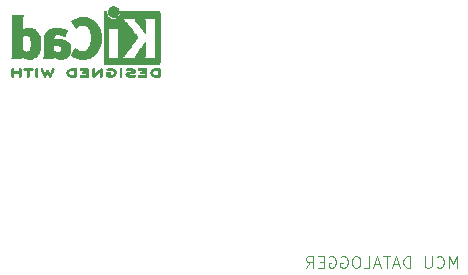
<source format=gbr>
%TF.GenerationSoftware,KiCad,Pcbnew,9.0.1*%
%TF.CreationDate,2025-07-02T13:22:09+05:30*%
%TF.ProjectId,4. MCU data logger,342e204d-4355-4206-9461-7461206c6f67,1*%
%TF.SameCoordinates,Original*%
%TF.FileFunction,Legend,Bot*%
%TF.FilePolarity,Positive*%
%FSLAX46Y46*%
G04 Gerber Fmt 4.6, Leading zero omitted, Abs format (unit mm)*
G04 Created by KiCad (PCBNEW 9.0.1) date 2025-07-02 13:22:09*
%MOMM*%
%LPD*%
G01*
G04 APERTURE LIST*
%ADD10C,0.100000*%
%ADD11C,0.010000*%
G04 APERTURE END LIST*
D10*
X88342115Y-83438419D02*
X88342115Y-82438419D01*
X88342115Y-82438419D02*
X88008782Y-83152704D01*
X88008782Y-83152704D02*
X87675449Y-82438419D01*
X87675449Y-82438419D02*
X87675449Y-83438419D01*
X86627830Y-83343180D02*
X86675449Y-83390800D01*
X86675449Y-83390800D02*
X86818306Y-83438419D01*
X86818306Y-83438419D02*
X86913544Y-83438419D01*
X86913544Y-83438419D02*
X87056401Y-83390800D01*
X87056401Y-83390800D02*
X87151639Y-83295561D01*
X87151639Y-83295561D02*
X87199258Y-83200323D01*
X87199258Y-83200323D02*
X87246877Y-83009847D01*
X87246877Y-83009847D02*
X87246877Y-82866990D01*
X87246877Y-82866990D02*
X87199258Y-82676514D01*
X87199258Y-82676514D02*
X87151639Y-82581276D01*
X87151639Y-82581276D02*
X87056401Y-82486038D01*
X87056401Y-82486038D02*
X86913544Y-82438419D01*
X86913544Y-82438419D02*
X86818306Y-82438419D01*
X86818306Y-82438419D02*
X86675449Y-82486038D01*
X86675449Y-82486038D02*
X86627830Y-82533657D01*
X86199258Y-82438419D02*
X86199258Y-83247942D01*
X86199258Y-83247942D02*
X86151639Y-83343180D01*
X86151639Y-83343180D02*
X86104020Y-83390800D01*
X86104020Y-83390800D02*
X86008782Y-83438419D01*
X86008782Y-83438419D02*
X85818306Y-83438419D01*
X85818306Y-83438419D02*
X85723068Y-83390800D01*
X85723068Y-83390800D02*
X85675449Y-83343180D01*
X85675449Y-83343180D02*
X85627830Y-83247942D01*
X85627830Y-83247942D02*
X85627830Y-82438419D01*
X84389734Y-83438419D02*
X84389734Y-82438419D01*
X84389734Y-82438419D02*
X84151639Y-82438419D01*
X84151639Y-82438419D02*
X84008782Y-82486038D01*
X84008782Y-82486038D02*
X83913544Y-82581276D01*
X83913544Y-82581276D02*
X83865925Y-82676514D01*
X83865925Y-82676514D02*
X83818306Y-82866990D01*
X83818306Y-82866990D02*
X83818306Y-83009847D01*
X83818306Y-83009847D02*
X83865925Y-83200323D01*
X83865925Y-83200323D02*
X83913544Y-83295561D01*
X83913544Y-83295561D02*
X84008782Y-83390800D01*
X84008782Y-83390800D02*
X84151639Y-83438419D01*
X84151639Y-83438419D02*
X84389734Y-83438419D01*
X83437353Y-83152704D02*
X82961163Y-83152704D01*
X83532591Y-83438419D02*
X83199258Y-82438419D01*
X83199258Y-82438419D02*
X82865925Y-83438419D01*
X82675448Y-82438419D02*
X82104020Y-82438419D01*
X82389734Y-83438419D02*
X82389734Y-82438419D01*
X81818305Y-83152704D02*
X81342115Y-83152704D01*
X81913543Y-83438419D02*
X81580210Y-82438419D01*
X81580210Y-82438419D02*
X81246877Y-83438419D01*
X80437353Y-83438419D02*
X80913543Y-83438419D01*
X80913543Y-83438419D02*
X80913543Y-82438419D01*
X79913543Y-82438419D02*
X79723067Y-82438419D01*
X79723067Y-82438419D02*
X79627829Y-82486038D01*
X79627829Y-82486038D02*
X79532591Y-82581276D01*
X79532591Y-82581276D02*
X79484972Y-82771752D01*
X79484972Y-82771752D02*
X79484972Y-83105085D01*
X79484972Y-83105085D02*
X79532591Y-83295561D01*
X79532591Y-83295561D02*
X79627829Y-83390800D01*
X79627829Y-83390800D02*
X79723067Y-83438419D01*
X79723067Y-83438419D02*
X79913543Y-83438419D01*
X79913543Y-83438419D02*
X80008781Y-83390800D01*
X80008781Y-83390800D02*
X80104019Y-83295561D01*
X80104019Y-83295561D02*
X80151638Y-83105085D01*
X80151638Y-83105085D02*
X80151638Y-82771752D01*
X80151638Y-82771752D02*
X80104019Y-82581276D01*
X80104019Y-82581276D02*
X80008781Y-82486038D01*
X80008781Y-82486038D02*
X79913543Y-82438419D01*
X78532591Y-82486038D02*
X78627829Y-82438419D01*
X78627829Y-82438419D02*
X78770686Y-82438419D01*
X78770686Y-82438419D02*
X78913543Y-82486038D01*
X78913543Y-82486038D02*
X79008781Y-82581276D01*
X79008781Y-82581276D02*
X79056400Y-82676514D01*
X79056400Y-82676514D02*
X79104019Y-82866990D01*
X79104019Y-82866990D02*
X79104019Y-83009847D01*
X79104019Y-83009847D02*
X79056400Y-83200323D01*
X79056400Y-83200323D02*
X79008781Y-83295561D01*
X79008781Y-83295561D02*
X78913543Y-83390800D01*
X78913543Y-83390800D02*
X78770686Y-83438419D01*
X78770686Y-83438419D02*
X78675448Y-83438419D01*
X78675448Y-83438419D02*
X78532591Y-83390800D01*
X78532591Y-83390800D02*
X78484972Y-83343180D01*
X78484972Y-83343180D02*
X78484972Y-83009847D01*
X78484972Y-83009847D02*
X78675448Y-83009847D01*
X77532591Y-82486038D02*
X77627829Y-82438419D01*
X77627829Y-82438419D02*
X77770686Y-82438419D01*
X77770686Y-82438419D02*
X77913543Y-82486038D01*
X77913543Y-82486038D02*
X78008781Y-82581276D01*
X78008781Y-82581276D02*
X78056400Y-82676514D01*
X78056400Y-82676514D02*
X78104019Y-82866990D01*
X78104019Y-82866990D02*
X78104019Y-83009847D01*
X78104019Y-83009847D02*
X78056400Y-83200323D01*
X78056400Y-83200323D02*
X78008781Y-83295561D01*
X78008781Y-83295561D02*
X77913543Y-83390800D01*
X77913543Y-83390800D02*
X77770686Y-83438419D01*
X77770686Y-83438419D02*
X77675448Y-83438419D01*
X77675448Y-83438419D02*
X77532591Y-83390800D01*
X77532591Y-83390800D02*
X77484972Y-83343180D01*
X77484972Y-83343180D02*
X77484972Y-83009847D01*
X77484972Y-83009847D02*
X77675448Y-83009847D01*
X77056400Y-82914609D02*
X76723067Y-82914609D01*
X76580210Y-83438419D02*
X77056400Y-83438419D01*
X77056400Y-83438419D02*
X77056400Y-82438419D01*
X77056400Y-82438419D02*
X76580210Y-82438419D01*
X75580210Y-83438419D02*
X75913543Y-82962228D01*
X76151638Y-83438419D02*
X76151638Y-82438419D01*
X76151638Y-82438419D02*
X75770686Y-82438419D01*
X75770686Y-82438419D02*
X75675448Y-82486038D01*
X75675448Y-82486038D02*
X75627829Y-82533657D01*
X75627829Y-82533657D02*
X75580210Y-82628895D01*
X75580210Y-82628895D02*
X75580210Y-82771752D01*
X75580210Y-82771752D02*
X75627829Y-82866990D01*
X75627829Y-82866990D02*
X75675448Y-82914609D01*
X75675448Y-82914609D02*
X75770686Y-82962228D01*
X75770686Y-82962228D02*
X76151638Y-82962228D01*
D11*
%TO.C,REF\u002A\u002A*%
X52751406Y-66536949D02*
X52777127Y-66552647D01*
X52803778Y-66574227D01*
X52803778Y-67221684D01*
X52777127Y-67243264D01*
X52745767Y-67260739D01*
X52709966Y-67261575D01*
X52678528Y-67241082D01*
X52674652Y-67236416D01*
X52669186Y-67226949D01*
X52664979Y-67213267D01*
X52661867Y-67192748D01*
X52659687Y-67162768D01*
X52658276Y-67120704D01*
X52657471Y-67063932D01*
X52657107Y-66989830D01*
X52657022Y-66895773D01*
X52657022Y-66574227D01*
X52683673Y-66552647D01*
X52707386Y-66537877D01*
X52730400Y-66531067D01*
X52751406Y-66536949D01*
G36*
X52751406Y-66536949D02*
G01*
X52777127Y-66552647D01*
X52803778Y-66574227D01*
X52803778Y-67221684D01*
X52777127Y-67243264D01*
X52745767Y-67260739D01*
X52709966Y-67261575D01*
X52678528Y-67241082D01*
X52674652Y-67236416D01*
X52669186Y-67226949D01*
X52664979Y-67213267D01*
X52661867Y-67192748D01*
X52659687Y-67162768D01*
X52658276Y-67120704D01*
X52657471Y-67063932D01*
X52657107Y-66989830D01*
X52657022Y-66895773D01*
X52657022Y-66574227D01*
X52683673Y-66552647D01*
X52707386Y-66537877D01*
X52730400Y-66531067D01*
X52751406Y-66536949D01*
G37*
X59882137Y-66535463D02*
X59916291Y-66558776D01*
X59944000Y-66586485D01*
X59944000Y-66899537D01*
X59943959Y-66983567D01*
X59943701Y-67057789D01*
X59943030Y-67114541D01*
X59941752Y-67156512D01*
X59939673Y-67186389D01*
X59936599Y-67206861D01*
X59932334Y-67220614D01*
X59926684Y-67230337D01*
X59919455Y-67238717D01*
X59887991Y-67260181D01*
X59852826Y-67261947D01*
X59819822Y-67242267D01*
X59814516Y-67236398D01*
X59809066Y-67227314D01*
X59804900Y-67213973D01*
X59801846Y-67193757D01*
X59799732Y-67164049D01*
X59798386Y-67122232D01*
X59797638Y-67065689D01*
X59797314Y-66991802D01*
X59797245Y-66897956D01*
X59797284Y-66822294D01*
X59797539Y-66744385D01*
X59798183Y-66684375D01*
X59799387Y-66639648D01*
X59801324Y-66607585D01*
X59804164Y-66585571D01*
X59808079Y-66570987D01*
X59813242Y-66561218D01*
X59819822Y-66553645D01*
X59849006Y-66534623D01*
X59882137Y-66535463D01*
G36*
X59882137Y-66535463D02*
G01*
X59916291Y-66558776D01*
X59944000Y-66586485D01*
X59944000Y-66899537D01*
X59943959Y-66983567D01*
X59943701Y-67057789D01*
X59943030Y-67114541D01*
X59941752Y-67156512D01*
X59939673Y-67186389D01*
X59936599Y-67206861D01*
X59932334Y-67220614D01*
X59926684Y-67230337D01*
X59919455Y-67238717D01*
X59887991Y-67260181D01*
X59852826Y-67261947D01*
X59819822Y-67242267D01*
X59814516Y-67236398D01*
X59809066Y-67227314D01*
X59804900Y-67213973D01*
X59801846Y-67193757D01*
X59799732Y-67164049D01*
X59798386Y-67122232D01*
X59797638Y-67065689D01*
X59797314Y-66991802D01*
X59797245Y-66897956D01*
X59797284Y-66822294D01*
X59797539Y-66744385D01*
X59798183Y-66684375D01*
X59799387Y-66639648D01*
X59801324Y-66607585D01*
X59804164Y-66585571D01*
X59808079Y-66570987D01*
X59813242Y-66561218D01*
X59819822Y-66553645D01*
X59849006Y-66534623D01*
X59882137Y-66535463D01*
G37*
X59350562Y-61294850D02*
X59433313Y-61322053D01*
X59508406Y-61367484D01*
X59580298Y-61433302D01*
X59618846Y-61477567D01*
X59658256Y-61535961D01*
X59683446Y-61596586D01*
X59696861Y-61665865D01*
X59700948Y-61750222D01*
X59700669Y-61796307D01*
X59698460Y-61837450D01*
X59692894Y-61869582D01*
X59682586Y-61900122D01*
X59666148Y-61936489D01*
X59652200Y-61963728D01*
X59593665Y-62049429D01*
X59521619Y-62118617D01*
X59437947Y-62169741D01*
X59344531Y-62201250D01*
X59311434Y-62208225D01*
X59270960Y-62215094D01*
X59237999Y-62216919D01*
X59203698Y-62213947D01*
X59159200Y-62206426D01*
X59107934Y-62194002D01*
X59017434Y-62156112D01*
X58938345Y-62101836D01*
X58872528Y-62033770D01*
X58821840Y-61954511D01*
X58788140Y-61866654D01*
X58773286Y-61772795D01*
X58779136Y-61675530D01*
X58805399Y-61579220D01*
X58850418Y-61490494D01*
X58911373Y-61415419D01*
X58986184Y-61355641D01*
X59072768Y-61312809D01*
X59169043Y-61288571D01*
X59272928Y-61284576D01*
X59350562Y-61294850D01*
G36*
X59350562Y-61294850D02*
G01*
X59433313Y-61322053D01*
X59508406Y-61367484D01*
X59580298Y-61433302D01*
X59618846Y-61477567D01*
X59658256Y-61535961D01*
X59683446Y-61596586D01*
X59696861Y-61665865D01*
X59700948Y-61750222D01*
X59700669Y-61796307D01*
X59698460Y-61837450D01*
X59692894Y-61869582D01*
X59682586Y-61900122D01*
X59666148Y-61936489D01*
X59652200Y-61963728D01*
X59593665Y-62049429D01*
X59521619Y-62118617D01*
X59437947Y-62169741D01*
X59344531Y-62201250D01*
X59311434Y-62208225D01*
X59270960Y-62215094D01*
X59237999Y-62216919D01*
X59203698Y-62213947D01*
X59159200Y-62206426D01*
X59107934Y-62194002D01*
X59017434Y-62156112D01*
X58938345Y-62101836D01*
X58872528Y-62033770D01*
X58821840Y-61954511D01*
X58788140Y-61866654D01*
X58773286Y-61772795D01*
X58779136Y-61675530D01*
X58805399Y-61579220D01*
X58850418Y-61490494D01*
X58911373Y-61415419D01*
X58986184Y-61355641D01*
X59072768Y-61312809D01*
X59169043Y-61288571D01*
X59272928Y-61284576D01*
X59350562Y-61294850D01*
G37*
X52051767Y-66531068D02*
X52145890Y-66531158D01*
X52220405Y-66531498D01*
X52277811Y-66532239D01*
X52320611Y-66533535D01*
X52351304Y-66535537D01*
X52372391Y-66538396D01*
X52386373Y-66542266D01*
X52395750Y-66547298D01*
X52403022Y-66553645D01*
X52421828Y-66586362D01*
X52423275Y-66623939D01*
X52406917Y-66657178D01*
X52405557Y-66658631D01*
X52394354Y-66666992D01*
X52377252Y-66672547D01*
X52350082Y-66675840D01*
X52308678Y-66677418D01*
X52248873Y-66677822D01*
X52109511Y-66677822D01*
X52109511Y-66941589D01*
X52109436Y-67017417D01*
X52109028Y-67084083D01*
X52108046Y-67133867D01*
X52106250Y-67169784D01*
X52103399Y-67194850D01*
X52099253Y-67212081D01*
X52093571Y-67224492D01*
X52086114Y-67235100D01*
X52083824Y-67237906D01*
X52052646Y-67260548D01*
X52018266Y-67262112D01*
X51985334Y-67242267D01*
X51978355Y-67234191D01*
X51972883Y-67223593D01*
X51968863Y-67207749D01*
X51966072Y-67183773D01*
X51964288Y-67148774D01*
X51963289Y-67099864D01*
X51962852Y-67034154D01*
X51962756Y-66948756D01*
X51962756Y-66677822D01*
X51816820Y-66677822D01*
X51805720Y-66677821D01*
X51749202Y-66677596D01*
X51710358Y-66676457D01*
X51684965Y-66673657D01*
X51668804Y-66668450D01*
X51657652Y-66660089D01*
X51647289Y-66647826D01*
X51631441Y-66617138D01*
X51634543Y-66583358D01*
X51660187Y-66550822D01*
X51665129Y-66547105D01*
X51675338Y-66542269D01*
X51690764Y-66538506D01*
X51713886Y-66535683D01*
X51747183Y-66533670D01*
X51793137Y-66532333D01*
X51854228Y-66531542D01*
X51932935Y-66531163D01*
X52031740Y-66531067D01*
X52051767Y-66531068D01*
G36*
X52051767Y-66531068D02*
G01*
X52145890Y-66531158D01*
X52220405Y-66531498D01*
X52277811Y-66532239D01*
X52320611Y-66533535D01*
X52351304Y-66535537D01*
X52372391Y-66538396D01*
X52386373Y-66542266D01*
X52395750Y-66547298D01*
X52403022Y-66553645D01*
X52421828Y-66586362D01*
X52423275Y-66623939D01*
X52406917Y-66657178D01*
X52405557Y-66658631D01*
X52394354Y-66666992D01*
X52377252Y-66672547D01*
X52350082Y-66675840D01*
X52308678Y-66677418D01*
X52248873Y-66677822D01*
X52109511Y-66677822D01*
X52109511Y-66941589D01*
X52109436Y-67017417D01*
X52109028Y-67084083D01*
X52108046Y-67133867D01*
X52106250Y-67169784D01*
X52103399Y-67194850D01*
X52099253Y-67212081D01*
X52093571Y-67224492D01*
X52086114Y-67235100D01*
X52083824Y-67237906D01*
X52052646Y-67260548D01*
X52018266Y-67262112D01*
X51985334Y-67242267D01*
X51978355Y-67234191D01*
X51972883Y-67223593D01*
X51968863Y-67207749D01*
X51966072Y-67183773D01*
X51964288Y-67148774D01*
X51963289Y-67099864D01*
X51962852Y-67034154D01*
X51962756Y-66948756D01*
X51962756Y-66677822D01*
X51816820Y-66677822D01*
X51805720Y-66677821D01*
X51749202Y-66677596D01*
X51710358Y-66676457D01*
X51684965Y-66673657D01*
X51668804Y-66668450D01*
X51657652Y-66660089D01*
X51647289Y-66647826D01*
X51631441Y-66617138D01*
X51634543Y-66583358D01*
X51660187Y-66550822D01*
X51665129Y-66547105D01*
X51675338Y-66542269D01*
X51690764Y-66538506D01*
X51713886Y-66535683D01*
X51747183Y-66533670D01*
X51793137Y-66532333D01*
X51854228Y-66531542D01*
X51932935Y-66531163D01*
X52031740Y-66531067D01*
X52051767Y-66531068D01*
G37*
X51375734Y-66553645D02*
X51381366Y-66559835D01*
X51386456Y-66568041D01*
X51390543Y-66579817D01*
X51393721Y-66597276D01*
X51396087Y-66622530D01*
X51397738Y-66657690D01*
X51398769Y-66704869D01*
X51399277Y-66766177D01*
X51399359Y-66843727D01*
X51399109Y-66939631D01*
X51398625Y-67056000D01*
X51398557Y-67070175D01*
X51397971Y-67131937D01*
X51396648Y-67175620D01*
X51394103Y-67205001D01*
X51389848Y-67223855D01*
X51383396Y-67235959D01*
X51374262Y-67245089D01*
X51340804Y-67262506D01*
X51305856Y-67259604D01*
X51274953Y-67235100D01*
X51265944Y-67221897D01*
X51258492Y-67203361D01*
X51254124Y-67177333D01*
X51252069Y-67138787D01*
X51251556Y-67082700D01*
X51251556Y-66960045D01*
X50754845Y-66960045D01*
X50754845Y-67094871D01*
X50754772Y-67130662D01*
X50754009Y-67176992D01*
X50751833Y-67207526D01*
X50747536Y-67226557D01*
X50740412Y-67238374D01*
X50729755Y-67247271D01*
X50697504Y-67262341D01*
X50662217Y-67259673D01*
X50631486Y-67235100D01*
X50626831Y-67228845D01*
X50620895Y-67218321D01*
X50616364Y-67204391D01*
X50613048Y-67184317D01*
X50610759Y-67155360D01*
X50609308Y-67114780D01*
X50608505Y-67059840D01*
X50608162Y-66987799D01*
X50608089Y-66895920D01*
X50608089Y-66586485D01*
X50635798Y-66558776D01*
X50667177Y-66536533D01*
X50700406Y-66533844D01*
X50732267Y-66553645D01*
X50740553Y-66563415D01*
X50747965Y-66579307D01*
X50752302Y-66603275D01*
X50754338Y-66640148D01*
X50754845Y-66694756D01*
X50754845Y-66813289D01*
X51251556Y-66813289D01*
X51251556Y-66697776D01*
X51251994Y-66646078D01*
X51253958Y-66611554D01*
X51258474Y-66588978D01*
X51266567Y-66573126D01*
X51279265Y-66558776D01*
X51310643Y-66536533D01*
X51343872Y-66533844D01*
X51375734Y-66553645D01*
G36*
X51375734Y-66553645D02*
G01*
X51381366Y-66559835D01*
X51386456Y-66568041D01*
X51390543Y-66579817D01*
X51393721Y-66597276D01*
X51396087Y-66622530D01*
X51397738Y-66657690D01*
X51398769Y-66704869D01*
X51399277Y-66766177D01*
X51399359Y-66843727D01*
X51399109Y-66939631D01*
X51398625Y-67056000D01*
X51398557Y-67070175D01*
X51397971Y-67131937D01*
X51396648Y-67175620D01*
X51394103Y-67205001D01*
X51389848Y-67223855D01*
X51383396Y-67235959D01*
X51374262Y-67245089D01*
X51340804Y-67262506D01*
X51305856Y-67259604D01*
X51274953Y-67235100D01*
X51265944Y-67221897D01*
X51258492Y-67203361D01*
X51254124Y-67177333D01*
X51252069Y-67138787D01*
X51251556Y-67082700D01*
X51251556Y-66960045D01*
X50754845Y-66960045D01*
X50754845Y-67094871D01*
X50754772Y-67130662D01*
X50754009Y-67176992D01*
X50751833Y-67207526D01*
X50747536Y-67226557D01*
X50740412Y-67238374D01*
X50729755Y-67247271D01*
X50697504Y-67262341D01*
X50662217Y-67259673D01*
X50631486Y-67235100D01*
X50626831Y-67228845D01*
X50620895Y-67218321D01*
X50616364Y-67204391D01*
X50613048Y-67184317D01*
X50610759Y-67155360D01*
X50609308Y-67114780D01*
X50608505Y-67059840D01*
X50608162Y-66987799D01*
X50608089Y-66895920D01*
X50608089Y-66586485D01*
X50635798Y-66558776D01*
X50667177Y-66536533D01*
X50700406Y-66533844D01*
X50732267Y-66553645D01*
X50740553Y-66563415D01*
X50747965Y-66579307D01*
X50752302Y-66603275D01*
X50754338Y-66640148D01*
X50754845Y-66694756D01*
X50754845Y-66813289D01*
X51251556Y-66813289D01*
X51251556Y-66697776D01*
X51251994Y-66646078D01*
X51253958Y-66611554D01*
X51258474Y-66588978D01*
X51266567Y-66573126D01*
X51279265Y-66558776D01*
X51310643Y-66536533D01*
X51343872Y-66533844D01*
X51375734Y-66553645D01*
G37*
X56081133Y-67142396D02*
X56079163Y-67175175D01*
X56076235Y-67198095D01*
X56072158Y-67213897D01*
X56066743Y-67225319D01*
X56059803Y-67235100D01*
X56036406Y-67264845D01*
X55870714Y-67264251D01*
X55835918Y-67263953D01*
X55737435Y-67260522D01*
X55656473Y-67252839D01*
X55589379Y-67240282D01*
X55532496Y-67222227D01*
X55482169Y-67198052D01*
X55478810Y-67196135D01*
X55420998Y-67159417D01*
X55378644Y-67122451D01*
X55345828Y-67078966D01*
X55316628Y-67022689D01*
X55312346Y-67013073D01*
X55289769Y-66949887D01*
X55284034Y-66904333D01*
X55433279Y-66904333D01*
X55438892Y-66929061D01*
X55444618Y-66944939D01*
X55477548Y-67004847D01*
X55524886Y-67050600D01*
X55588652Y-67083736D01*
X55670861Y-67105790D01*
X55673655Y-67106292D01*
X55719940Y-67112255D01*
X55776336Y-67116483D01*
X55831274Y-67118089D01*
X55925156Y-67118089D01*
X55925156Y-66677822D01*
X55837667Y-66678270D01*
X55770747Y-66680746D01*
X55678349Y-66691998D01*
X55599034Y-66711537D01*
X55537060Y-66738511D01*
X55506120Y-66759240D01*
X55478000Y-66789006D01*
X55454660Y-66831434D01*
X55447533Y-66847400D01*
X55435709Y-66879902D01*
X55433279Y-66904333D01*
X55284034Y-66904333D01*
X55282797Y-66894509D01*
X55291399Y-66839483D01*
X55315541Y-66777351D01*
X55316337Y-66775658D01*
X55356788Y-66706236D01*
X55407473Y-66649638D01*
X55470198Y-66605070D01*
X55546774Y-66571741D01*
X55639009Y-66548861D01*
X55748712Y-66535636D01*
X55877691Y-66531275D01*
X55881263Y-66531270D01*
X55941283Y-66531410D01*
X55983214Y-66532446D01*
X56011328Y-66535040D01*
X56029897Y-66539853D01*
X56043194Y-66547544D01*
X56055491Y-66558776D01*
X56083200Y-66586485D01*
X56083200Y-66895920D01*
X56083175Y-66957526D01*
X56082950Y-67036311D01*
X56082332Y-67097021D01*
X56081775Y-67118089D01*
X56081133Y-67142396D01*
G36*
X56081133Y-67142396D02*
G01*
X56079163Y-67175175D01*
X56076235Y-67198095D01*
X56072158Y-67213897D01*
X56066743Y-67225319D01*
X56059803Y-67235100D01*
X56036406Y-67264845D01*
X55870714Y-67264251D01*
X55835918Y-67263953D01*
X55737435Y-67260522D01*
X55656473Y-67252839D01*
X55589379Y-67240282D01*
X55532496Y-67222227D01*
X55482169Y-67198052D01*
X55478810Y-67196135D01*
X55420998Y-67159417D01*
X55378644Y-67122451D01*
X55345828Y-67078966D01*
X55316628Y-67022689D01*
X55312346Y-67013073D01*
X55289769Y-66949887D01*
X55284034Y-66904333D01*
X55433279Y-66904333D01*
X55438892Y-66929061D01*
X55444618Y-66944939D01*
X55477548Y-67004847D01*
X55524886Y-67050600D01*
X55588652Y-67083736D01*
X55670861Y-67105790D01*
X55673655Y-67106292D01*
X55719940Y-67112255D01*
X55776336Y-67116483D01*
X55831274Y-67118089D01*
X55925156Y-67118089D01*
X55925156Y-66677822D01*
X55837667Y-66678270D01*
X55770747Y-66680746D01*
X55678349Y-66691998D01*
X55599034Y-66711537D01*
X55537060Y-66738511D01*
X55506120Y-66759240D01*
X55478000Y-66789006D01*
X55454660Y-66831434D01*
X55447533Y-66847400D01*
X55435709Y-66879902D01*
X55433279Y-66904333D01*
X55284034Y-66904333D01*
X55282797Y-66894509D01*
X55291399Y-66839483D01*
X55315541Y-66777351D01*
X55316337Y-66775658D01*
X55356788Y-66706236D01*
X55407473Y-66649638D01*
X55470198Y-66605070D01*
X55546774Y-66571741D01*
X55639009Y-66548861D01*
X55748712Y-66535636D01*
X55877691Y-66531275D01*
X55881263Y-66531270D01*
X55941283Y-66531410D01*
X55983214Y-66532446D01*
X56011328Y-66535040D01*
X56029897Y-66539853D01*
X56043194Y-66547544D01*
X56055491Y-66558776D01*
X56083200Y-66586485D01*
X56083200Y-66895920D01*
X56083175Y-66957526D01*
X56082950Y-67036311D01*
X56082332Y-67097021D01*
X56081775Y-67118089D01*
X56081133Y-67142396D01*
G37*
X63172817Y-66716427D02*
X63172870Y-66797041D01*
X63172622Y-66897956D01*
X63172583Y-66973617D01*
X63172328Y-67051526D01*
X63171684Y-67111536D01*
X63170480Y-67156264D01*
X63168543Y-67188326D01*
X63165703Y-67210340D01*
X63161788Y-67224924D01*
X63156626Y-67234694D01*
X63150045Y-67242267D01*
X63143077Y-67248501D01*
X63130079Y-67255801D01*
X63110931Y-67260554D01*
X63081528Y-67263292D01*
X63037762Y-67264545D01*
X62975528Y-67264845D01*
X62926582Y-67264469D01*
X62819722Y-67260041D01*
X62730494Y-67249953D01*
X62655696Y-67233365D01*
X62592125Y-67209435D01*
X62536579Y-67177321D01*
X62485854Y-67136182D01*
X62479866Y-67130330D01*
X62442999Y-67081821D01*
X62411899Y-67021013D01*
X62390417Y-66956769D01*
X62385136Y-66918026D01*
X62532353Y-66918026D01*
X62550635Y-66968961D01*
X62580305Y-67014878D01*
X62627002Y-67057287D01*
X62688392Y-67087090D01*
X62767538Y-67106226D01*
X62769028Y-67106464D01*
X62817999Y-67112256D01*
X62876693Y-67116396D01*
X62932734Y-67118004D01*
X63025867Y-67118089D01*
X63025867Y-66677822D01*
X62949667Y-66677808D01*
X62946639Y-66677817D01*
X62895519Y-66679782D01*
X62835416Y-66684507D01*
X62778708Y-66691035D01*
X62728750Y-66700331D01*
X62653998Y-66726600D01*
X62596489Y-66765899D01*
X62554988Y-66818933D01*
X62533771Y-66870200D01*
X62532353Y-66918026D01*
X62385136Y-66918026D01*
X62382400Y-66897956D01*
X62383679Y-66876739D01*
X62395991Y-66819323D01*
X62418520Y-66759413D01*
X62447750Y-66705363D01*
X62480167Y-66665532D01*
X62499708Y-66648510D01*
X62554420Y-66609322D01*
X62614723Y-66579193D01*
X62683919Y-66557232D01*
X62765311Y-66542550D01*
X62862200Y-66534259D01*
X62977889Y-66531467D01*
X63017371Y-66531066D01*
X63063082Y-66530653D01*
X63098883Y-66532457D01*
X63125974Y-66538739D01*
X63145556Y-66551759D01*
X63158830Y-66573778D01*
X63166998Y-66607055D01*
X63171260Y-66653851D01*
X63171857Y-66677822D01*
X63172817Y-66716427D01*
G36*
X63172817Y-66716427D02*
G01*
X63172870Y-66797041D01*
X63172622Y-66897956D01*
X63172583Y-66973617D01*
X63172328Y-67051526D01*
X63171684Y-67111536D01*
X63170480Y-67156264D01*
X63168543Y-67188326D01*
X63165703Y-67210340D01*
X63161788Y-67224924D01*
X63156626Y-67234694D01*
X63150045Y-67242267D01*
X63143077Y-67248501D01*
X63130079Y-67255801D01*
X63110931Y-67260554D01*
X63081528Y-67263292D01*
X63037762Y-67264545D01*
X62975528Y-67264845D01*
X62926582Y-67264469D01*
X62819722Y-67260041D01*
X62730494Y-67249953D01*
X62655696Y-67233365D01*
X62592125Y-67209435D01*
X62536579Y-67177321D01*
X62485854Y-67136182D01*
X62479866Y-67130330D01*
X62442999Y-67081821D01*
X62411899Y-67021013D01*
X62390417Y-66956769D01*
X62385136Y-66918026D01*
X62532353Y-66918026D01*
X62550635Y-66968961D01*
X62580305Y-67014878D01*
X62627002Y-67057287D01*
X62688392Y-67087090D01*
X62767538Y-67106226D01*
X62769028Y-67106464D01*
X62817999Y-67112256D01*
X62876693Y-67116396D01*
X62932734Y-67118004D01*
X63025867Y-67118089D01*
X63025867Y-66677822D01*
X62949667Y-66677808D01*
X62946639Y-66677817D01*
X62895519Y-66679782D01*
X62835416Y-66684507D01*
X62778708Y-66691035D01*
X62728750Y-66700331D01*
X62653998Y-66726600D01*
X62596489Y-66765899D01*
X62554988Y-66818933D01*
X62533771Y-66870200D01*
X62532353Y-66918026D01*
X62385136Y-66918026D01*
X62382400Y-66897956D01*
X62383679Y-66876739D01*
X62395991Y-66819323D01*
X62418520Y-66759413D01*
X62447750Y-66705363D01*
X62480167Y-66665532D01*
X62499708Y-66648510D01*
X62554420Y-66609322D01*
X62614723Y-66579193D01*
X62683919Y-66557232D01*
X62765311Y-66542550D01*
X62862200Y-66534259D01*
X62977889Y-66531467D01*
X63017371Y-66531066D01*
X63063082Y-66530653D01*
X63098883Y-66532457D01*
X63125974Y-66538739D01*
X63145556Y-66551759D01*
X63158830Y-66573778D01*
X63166998Y-66607055D01*
X63171260Y-66653851D01*
X63171857Y-66677822D01*
X63172817Y-66716427D01*
G37*
X58227893Y-66529892D02*
X58239301Y-66536029D01*
X58249850Y-66546691D01*
X58261136Y-66560811D01*
X58265589Y-66566772D01*
X58271588Y-66577268D01*
X58276167Y-66591093D01*
X58279519Y-66610998D01*
X58281833Y-66639732D01*
X58283301Y-66680045D01*
X58284113Y-66734687D01*
X58284460Y-66806407D01*
X58284534Y-66897956D01*
X58284511Y-66956486D01*
X58284292Y-67035573D01*
X58283683Y-67096516D01*
X58282492Y-67142062D01*
X58280529Y-67174963D01*
X58277603Y-67197968D01*
X58273523Y-67213826D01*
X58268097Y-67225286D01*
X58261136Y-67235100D01*
X58230708Y-67259493D01*
X58195765Y-67262372D01*
X58158784Y-67243282D01*
X58154600Y-67239807D01*
X58146424Y-67231279D01*
X58140364Y-67219728D01*
X58135981Y-67201896D01*
X58132839Y-67174524D01*
X58130502Y-67134354D01*
X58128531Y-67078128D01*
X58126489Y-67002589D01*
X58120845Y-66783458D01*
X57855556Y-67024099D01*
X57781722Y-67090875D01*
X57716542Y-67148991D01*
X57664348Y-67193949D01*
X57623273Y-67226871D01*
X57591455Y-67248879D01*
X57567026Y-67261094D01*
X57548124Y-67264639D01*
X57532883Y-67260636D01*
X57519439Y-67250207D01*
X57505927Y-67234474D01*
X57499682Y-67225991D01*
X57494050Y-67215413D01*
X57489839Y-67201255D01*
X57486887Y-67180803D01*
X57485032Y-67151342D01*
X57484113Y-67110161D01*
X57483968Y-67054544D01*
X57484435Y-66981779D01*
X57485352Y-66889151D01*
X57488667Y-66574199D01*
X57515318Y-66552633D01*
X57541383Y-66536441D01*
X57574241Y-66533670D01*
X57608772Y-66552623D01*
X57613084Y-66556208D01*
X57621216Y-66564737D01*
X57627245Y-66576329D01*
X57631606Y-66594235D01*
X57634734Y-66621706D01*
X57637063Y-66661994D01*
X57639029Y-66718351D01*
X57641067Y-66794029D01*
X57646711Y-67013878D01*
X57827334Y-66850084D01*
X57914072Y-66771451D01*
X57989843Y-66703058D01*
X58051980Y-66647708D01*
X58102078Y-66604338D01*
X58141735Y-66571881D01*
X58172548Y-66549273D01*
X58196114Y-66535448D01*
X58214030Y-66529343D01*
X58227893Y-66529892D01*
G36*
X58227893Y-66529892D02*
G01*
X58239301Y-66536029D01*
X58249850Y-66546691D01*
X58261136Y-66560811D01*
X58265589Y-66566772D01*
X58271588Y-66577268D01*
X58276167Y-66591093D01*
X58279519Y-66610998D01*
X58281833Y-66639732D01*
X58283301Y-66680045D01*
X58284113Y-66734687D01*
X58284460Y-66806407D01*
X58284534Y-66897956D01*
X58284511Y-66956486D01*
X58284292Y-67035573D01*
X58283683Y-67096516D01*
X58282492Y-67142062D01*
X58280529Y-67174963D01*
X58277603Y-67197968D01*
X58273523Y-67213826D01*
X58268097Y-67225286D01*
X58261136Y-67235100D01*
X58230708Y-67259493D01*
X58195765Y-67262372D01*
X58158784Y-67243282D01*
X58154600Y-67239807D01*
X58146424Y-67231279D01*
X58140364Y-67219728D01*
X58135981Y-67201896D01*
X58132839Y-67174524D01*
X58130502Y-67134354D01*
X58128531Y-67078128D01*
X58126489Y-67002589D01*
X58120845Y-66783458D01*
X57855556Y-67024099D01*
X57781722Y-67090875D01*
X57716542Y-67148991D01*
X57664348Y-67193949D01*
X57623273Y-67226871D01*
X57591455Y-67248879D01*
X57567026Y-67261094D01*
X57548124Y-67264639D01*
X57532883Y-67260636D01*
X57519439Y-67250207D01*
X57505927Y-67234474D01*
X57499682Y-67225991D01*
X57494050Y-67215413D01*
X57489839Y-67201255D01*
X57486887Y-67180803D01*
X57485032Y-67151342D01*
X57484113Y-67110161D01*
X57483968Y-67054544D01*
X57484435Y-66981779D01*
X57485352Y-66889151D01*
X57488667Y-66574199D01*
X57515318Y-66552633D01*
X57541383Y-66536441D01*
X57574241Y-66533670D01*
X57608772Y-66552623D01*
X57613084Y-66556208D01*
X57621216Y-66564737D01*
X57627245Y-66576329D01*
X57631606Y-66594235D01*
X57634734Y-66621706D01*
X57637063Y-66661994D01*
X57639029Y-66718351D01*
X57641067Y-66794029D01*
X57646711Y-67013878D01*
X57827334Y-66850084D01*
X57914072Y-66771451D01*
X57989843Y-66703058D01*
X58051980Y-66647708D01*
X58102078Y-66604338D01*
X58141735Y-66571881D01*
X58172548Y-66549273D01*
X58196114Y-66535448D01*
X58214030Y-66529343D01*
X58227893Y-66529892D01*
G37*
X59025150Y-66536179D02*
X59131157Y-66552494D01*
X59224969Y-66580545D01*
X59303765Y-66619452D01*
X59364719Y-66668334D01*
X59390789Y-66701195D01*
X59420297Y-66750394D01*
X59445568Y-66804252D01*
X59463218Y-66855419D01*
X59469858Y-66896544D01*
X59468298Y-66916259D01*
X59455357Y-66967592D01*
X59432194Y-67024118D01*
X59402302Y-67078035D01*
X59369173Y-67121539D01*
X59358977Y-67131887D01*
X59291892Y-67183662D01*
X59211766Y-67223554D01*
X59125556Y-67247956D01*
X59070592Y-67256068D01*
X58977139Y-67262673D01*
X58887358Y-67260586D01*
X58804869Y-67250340D01*
X58733286Y-67232470D01*
X58676228Y-67207508D01*
X58637311Y-67175988D01*
X58635936Y-67174012D01*
X58628848Y-67148786D01*
X58624609Y-67101535D01*
X58623200Y-67032071D01*
X58624060Y-66969838D01*
X58628780Y-66922456D01*
X58640470Y-66890353D01*
X58662239Y-66870800D01*
X58697198Y-66861070D01*
X58748456Y-66858433D01*
X58819123Y-66860161D01*
X58867743Y-66863173D01*
X58917939Y-66871366D01*
X58950433Y-66885419D01*
X58967892Y-66906654D01*
X58972983Y-66936394D01*
X58972877Y-66940936D01*
X58964175Y-66975730D01*
X58940165Y-66999147D01*
X58898900Y-67012347D01*
X58838431Y-67016489D01*
X58769956Y-67016489D01*
X58769956Y-67054841D01*
X58770006Y-67063976D01*
X58772227Y-67081227D01*
X58781494Y-67091521D01*
X58802875Y-67098459D01*
X58841436Y-67105641D01*
X58846910Y-67106575D01*
X58943860Y-67116478D01*
X59033852Y-67113559D01*
X59114760Y-67098829D01*
X59184459Y-67073299D01*
X59240824Y-67037978D01*
X59281729Y-66993879D01*
X59305051Y-66942012D01*
X59308663Y-66883388D01*
X59303145Y-66854494D01*
X59276461Y-66798604D01*
X59230273Y-66752945D01*
X59165291Y-66718108D01*
X59082229Y-66694690D01*
X59057555Y-66690241D01*
X58968226Y-66679742D01*
X58888419Y-66680971D01*
X58810326Y-66693906D01*
X58775183Y-66700696D01*
X58729745Y-66701713D01*
X58698430Y-66689182D01*
X58678277Y-66662395D01*
X58671893Y-66634148D01*
X58681379Y-66602924D01*
X58690708Y-66589499D01*
X58724943Y-66565967D01*
X58777565Y-66548095D01*
X58846081Y-66536599D01*
X58928000Y-66532192D01*
X59025150Y-66536179D01*
G36*
X59025150Y-66536179D02*
G01*
X59131157Y-66552494D01*
X59224969Y-66580545D01*
X59303765Y-66619452D01*
X59364719Y-66668334D01*
X59390789Y-66701195D01*
X59420297Y-66750394D01*
X59445568Y-66804252D01*
X59463218Y-66855419D01*
X59469858Y-66896544D01*
X59468298Y-66916259D01*
X59455357Y-66967592D01*
X59432194Y-67024118D01*
X59402302Y-67078035D01*
X59369173Y-67121539D01*
X59358977Y-67131887D01*
X59291892Y-67183662D01*
X59211766Y-67223554D01*
X59125556Y-67247956D01*
X59070592Y-67256068D01*
X58977139Y-67262673D01*
X58887358Y-67260586D01*
X58804869Y-67250340D01*
X58733286Y-67232470D01*
X58676228Y-67207508D01*
X58637311Y-67175988D01*
X58635936Y-67174012D01*
X58628848Y-67148786D01*
X58624609Y-67101535D01*
X58623200Y-67032071D01*
X58624060Y-66969838D01*
X58628780Y-66922456D01*
X58640470Y-66890353D01*
X58662239Y-66870800D01*
X58697198Y-66861070D01*
X58748456Y-66858433D01*
X58819123Y-66860161D01*
X58867743Y-66863173D01*
X58917939Y-66871366D01*
X58950433Y-66885419D01*
X58967892Y-66906654D01*
X58972983Y-66936394D01*
X58972877Y-66940936D01*
X58964175Y-66975730D01*
X58940165Y-66999147D01*
X58898900Y-67012347D01*
X58838431Y-67016489D01*
X58769956Y-67016489D01*
X58769956Y-67054841D01*
X58770006Y-67063976D01*
X58772227Y-67081227D01*
X58781494Y-67091521D01*
X58802875Y-67098459D01*
X58841436Y-67105641D01*
X58846910Y-67106575D01*
X58943860Y-67116478D01*
X59033852Y-67113559D01*
X59114760Y-67098829D01*
X59184459Y-67073299D01*
X59240824Y-67037978D01*
X59281729Y-66993879D01*
X59305051Y-66942012D01*
X59308663Y-66883388D01*
X59303145Y-66854494D01*
X59276461Y-66798604D01*
X59230273Y-66752945D01*
X59165291Y-66718108D01*
X59082229Y-66694690D01*
X59057555Y-66690241D01*
X58968226Y-66679742D01*
X58888419Y-66680971D01*
X58810326Y-66693906D01*
X58775183Y-66700696D01*
X58729745Y-66701713D01*
X58698430Y-66689182D01*
X58678277Y-66662395D01*
X58671893Y-66634148D01*
X58681379Y-66602924D01*
X58690708Y-66589499D01*
X58724943Y-66565967D01*
X58777565Y-66548095D01*
X58846081Y-66536599D01*
X58928000Y-66532192D01*
X59025150Y-66536179D01*
G37*
X57075803Y-66560811D02*
X57080752Y-66567495D01*
X57086596Y-66578066D01*
X57091057Y-66592153D01*
X57094321Y-66612478D01*
X57096574Y-66641765D01*
X57098002Y-66682737D01*
X57098792Y-66738117D01*
X57099129Y-66810628D01*
X57099200Y-66902994D01*
X57099171Y-66968911D01*
X57098939Y-67047228D01*
X57098319Y-67107496D01*
X57097126Y-67152393D01*
X57095179Y-67184602D01*
X57092294Y-67206800D01*
X57088288Y-67221669D01*
X57082979Y-67231889D01*
X57076183Y-67240138D01*
X57071668Y-67244795D01*
X57063438Y-67251282D01*
X57052078Y-67256194D01*
X57034810Y-67259749D01*
X57008855Y-67262167D01*
X56971436Y-67263667D01*
X56919773Y-67264467D01*
X56851089Y-67264787D01*
X56762606Y-67264845D01*
X56742931Y-67264838D01*
X56655906Y-67264572D01*
X56588254Y-67263806D01*
X56537299Y-67262392D01*
X56500367Y-67260180D01*
X56474783Y-67257022D01*
X56457871Y-67252769D01*
X56446957Y-67247271D01*
X56436464Y-67237285D01*
X56423203Y-67206168D01*
X56424386Y-67170280D01*
X56440550Y-67138733D01*
X56442739Y-67136457D01*
X56451427Y-67130189D01*
X56464769Y-67125523D01*
X56485752Y-67122227D01*
X56517363Y-67120068D01*
X56562590Y-67118814D01*
X56624420Y-67118231D01*
X56705839Y-67118089D01*
X56952445Y-67118089D01*
X56952445Y-66960045D01*
X56790006Y-66960045D01*
X56754338Y-66959964D01*
X56698568Y-66959167D01*
X56659430Y-66957162D01*
X56632976Y-66953521D01*
X56615259Y-66947812D01*
X56602329Y-66939607D01*
X56598686Y-66936423D01*
X56580278Y-66905448D01*
X56579644Y-66869112D01*
X56597183Y-66835493D01*
X56597245Y-66835424D01*
X56606916Y-66826798D01*
X56620209Y-66820742D01*
X56640917Y-66816811D01*
X56672828Y-66814556D01*
X56719734Y-66813531D01*
X56785424Y-66813289D01*
X56953571Y-66813289D01*
X56950186Y-66748378D01*
X56946800Y-66683467D01*
X56704723Y-66680414D01*
X56679707Y-66680086D01*
X56598087Y-66678606D01*
X56535768Y-66676222D01*
X56490154Y-66672227D01*
X56458652Y-66665913D01*
X56438667Y-66656574D01*
X56427604Y-66643503D01*
X56422869Y-66625992D01*
X56421867Y-66603335D01*
X56421873Y-66600970D01*
X56423027Y-66580939D01*
X56427824Y-66565146D01*
X56438632Y-66553090D01*
X56457817Y-66544267D01*
X56487745Y-66538175D01*
X56530783Y-66534311D01*
X56589299Y-66532174D01*
X56665657Y-66531260D01*
X56762226Y-66531067D01*
X57052406Y-66531067D01*
X57075803Y-66560811D01*
G36*
X57075803Y-66560811D02*
G01*
X57080752Y-66567495D01*
X57086596Y-66578066D01*
X57091057Y-66592153D01*
X57094321Y-66612478D01*
X57096574Y-66641765D01*
X57098002Y-66682737D01*
X57098792Y-66738117D01*
X57099129Y-66810628D01*
X57099200Y-66902994D01*
X57099171Y-66968911D01*
X57098939Y-67047228D01*
X57098319Y-67107496D01*
X57097126Y-67152393D01*
X57095179Y-67184602D01*
X57092294Y-67206800D01*
X57088288Y-67221669D01*
X57082979Y-67231889D01*
X57076183Y-67240138D01*
X57071668Y-67244795D01*
X57063438Y-67251282D01*
X57052078Y-67256194D01*
X57034810Y-67259749D01*
X57008855Y-67262167D01*
X56971436Y-67263667D01*
X56919773Y-67264467D01*
X56851089Y-67264787D01*
X56762606Y-67264845D01*
X56742931Y-67264838D01*
X56655906Y-67264572D01*
X56588254Y-67263806D01*
X56537299Y-67262392D01*
X56500367Y-67260180D01*
X56474783Y-67257022D01*
X56457871Y-67252769D01*
X56446957Y-67247271D01*
X56436464Y-67237285D01*
X56423203Y-67206168D01*
X56424386Y-67170280D01*
X56440550Y-67138733D01*
X56442739Y-67136457D01*
X56451427Y-67130189D01*
X56464769Y-67125523D01*
X56485752Y-67122227D01*
X56517363Y-67120068D01*
X56562590Y-67118814D01*
X56624420Y-67118231D01*
X56705839Y-67118089D01*
X56952445Y-67118089D01*
X56952445Y-66960045D01*
X56790006Y-66960045D01*
X56754338Y-66959964D01*
X56698568Y-66959167D01*
X56659430Y-66957162D01*
X56632976Y-66953521D01*
X56615259Y-66947812D01*
X56602329Y-66939607D01*
X56598686Y-66936423D01*
X56580278Y-66905448D01*
X56579644Y-66869112D01*
X56597183Y-66835493D01*
X56597245Y-66835424D01*
X56606916Y-66826798D01*
X56620209Y-66820742D01*
X56640917Y-66816811D01*
X56672828Y-66814556D01*
X56719734Y-66813531D01*
X56785424Y-66813289D01*
X56953571Y-66813289D01*
X56950186Y-66748378D01*
X56946800Y-66683467D01*
X56704723Y-66680414D01*
X56679707Y-66680086D01*
X56598087Y-66678606D01*
X56535768Y-66676222D01*
X56490154Y-66672227D01*
X56458652Y-66665913D01*
X56438667Y-66656574D01*
X56427604Y-66643503D01*
X56422869Y-66625992D01*
X56421867Y-66603335D01*
X56421873Y-66600970D01*
X56423027Y-66580939D01*
X56427824Y-66565146D01*
X56438632Y-66553090D01*
X56457817Y-66544267D01*
X56487745Y-66538175D01*
X56530783Y-66534311D01*
X56589299Y-66532174D01*
X56665657Y-66531260D01*
X56762226Y-66531067D01*
X57052406Y-66531067D01*
X57075803Y-66560811D01*
G37*
X61752734Y-66531083D02*
X61829831Y-66531275D01*
X61888777Y-66531860D01*
X61932364Y-66533051D01*
X61963383Y-66535064D01*
X61984625Y-66538112D01*
X61998882Y-66542409D01*
X62008945Y-66548172D01*
X62017606Y-66555612D01*
X62019391Y-66557293D01*
X62026635Y-66564832D01*
X62032277Y-66573850D01*
X62036517Y-66586984D01*
X62039556Y-66606872D01*
X62041594Y-66636151D01*
X62042830Y-66677458D01*
X62043465Y-66733431D01*
X62043700Y-66806707D01*
X62043734Y-66899923D01*
X62043697Y-66972713D01*
X62043448Y-67050889D01*
X62042812Y-67111103D01*
X62041615Y-67155982D01*
X62039684Y-67188152D01*
X62036846Y-67210239D01*
X62032927Y-67224870D01*
X62027755Y-67234670D01*
X62021156Y-67242267D01*
X62017822Y-67245444D01*
X62009300Y-67251554D01*
X61997298Y-67256229D01*
X61979087Y-67259659D01*
X61951940Y-67262036D01*
X61913129Y-67263552D01*
X61859924Y-67264398D01*
X61789598Y-67264765D01*
X61699422Y-67264845D01*
X61657314Y-67264833D01*
X61576167Y-67264651D01*
X61513675Y-67264098D01*
X61467109Y-67262982D01*
X61433741Y-67261113D01*
X61410844Y-67258298D01*
X61395688Y-67254346D01*
X61385546Y-67249066D01*
X61377689Y-67242267D01*
X61362963Y-67220667D01*
X61355111Y-67191467D01*
X61360610Y-67167560D01*
X61377689Y-67140667D01*
X61382668Y-67136059D01*
X61392443Y-67129772D01*
X61406559Y-67125146D01*
X61428054Y-67121930D01*
X61459968Y-67119870D01*
X61505342Y-67118712D01*
X61567213Y-67118202D01*
X61648622Y-67118089D01*
X61896978Y-67118089D01*
X61896978Y-66960045D01*
X61735801Y-66960045D01*
X61699983Y-66959899D01*
X61634359Y-66958176D01*
X61587118Y-66953741D01*
X61555383Y-66945637D01*
X61536277Y-66932906D01*
X61526923Y-66914592D01*
X61524445Y-66889738D01*
X61525242Y-66869482D01*
X61530494Y-66847656D01*
X61543288Y-66832304D01*
X61566628Y-66822309D01*
X61603517Y-66816553D01*
X61656959Y-66813919D01*
X61729958Y-66813289D01*
X61898105Y-66813289D01*
X61894719Y-66748378D01*
X61891334Y-66683467D01*
X61643617Y-66680418D01*
X61581026Y-66679539D01*
X61512565Y-66678095D01*
X61461661Y-66676164D01*
X61425408Y-66673514D01*
X61400901Y-66669910D01*
X61385235Y-66665121D01*
X61375506Y-66658913D01*
X61369491Y-66652510D01*
X61356482Y-66620828D01*
X61360043Y-66585142D01*
X61379818Y-66554084D01*
X61383069Y-66551161D01*
X61392049Y-66544810D01*
X61404153Y-66539957D01*
X61422159Y-66536403D01*
X61448847Y-66533946D01*
X61486997Y-66532385D01*
X61539386Y-66531518D01*
X61608794Y-66531146D01*
X61698001Y-66531067D01*
X61752734Y-66531083D01*
G36*
X61752734Y-66531083D02*
G01*
X61829831Y-66531275D01*
X61888777Y-66531860D01*
X61932364Y-66533051D01*
X61963383Y-66535064D01*
X61984625Y-66538112D01*
X61998882Y-66542409D01*
X62008945Y-66548172D01*
X62017606Y-66555612D01*
X62019391Y-66557293D01*
X62026635Y-66564832D01*
X62032277Y-66573850D01*
X62036517Y-66586984D01*
X62039556Y-66606872D01*
X62041594Y-66636151D01*
X62042830Y-66677458D01*
X62043465Y-66733431D01*
X62043700Y-66806707D01*
X62043734Y-66899923D01*
X62043697Y-66972713D01*
X62043448Y-67050889D01*
X62042812Y-67111103D01*
X62041615Y-67155982D01*
X62039684Y-67188152D01*
X62036846Y-67210239D01*
X62032927Y-67224870D01*
X62027755Y-67234670D01*
X62021156Y-67242267D01*
X62017822Y-67245444D01*
X62009300Y-67251554D01*
X61997298Y-67256229D01*
X61979087Y-67259659D01*
X61951940Y-67262036D01*
X61913129Y-67263552D01*
X61859924Y-67264398D01*
X61789598Y-67264765D01*
X61699422Y-67264845D01*
X61657314Y-67264833D01*
X61576167Y-67264651D01*
X61513675Y-67264098D01*
X61467109Y-67262982D01*
X61433741Y-67261113D01*
X61410844Y-67258298D01*
X61395688Y-67254346D01*
X61385546Y-67249066D01*
X61377689Y-67242267D01*
X61362963Y-67220667D01*
X61355111Y-67191467D01*
X61360610Y-67167560D01*
X61377689Y-67140667D01*
X61382668Y-67136059D01*
X61392443Y-67129772D01*
X61406559Y-67125146D01*
X61428054Y-67121930D01*
X61459968Y-67119870D01*
X61505342Y-67118712D01*
X61567213Y-67118202D01*
X61648622Y-67118089D01*
X61896978Y-67118089D01*
X61896978Y-66960045D01*
X61735801Y-66960045D01*
X61699983Y-66959899D01*
X61634359Y-66958176D01*
X61587118Y-66953741D01*
X61555383Y-66945637D01*
X61536277Y-66932906D01*
X61526923Y-66914592D01*
X61524445Y-66889738D01*
X61525242Y-66869482D01*
X61530494Y-66847656D01*
X61543288Y-66832304D01*
X61566628Y-66822309D01*
X61603517Y-66816553D01*
X61656959Y-66813919D01*
X61729958Y-66813289D01*
X61898105Y-66813289D01*
X61894719Y-66748378D01*
X61891334Y-66683467D01*
X61643617Y-66680418D01*
X61581026Y-66679539D01*
X61512565Y-66678095D01*
X61461661Y-66676164D01*
X61425408Y-66673514D01*
X61400901Y-66669910D01*
X61385235Y-66665121D01*
X61375506Y-66658913D01*
X61369491Y-66652510D01*
X61356482Y-66620828D01*
X61360043Y-66585142D01*
X61379818Y-66554084D01*
X61383069Y-66551161D01*
X61392049Y-66544810D01*
X61404153Y-66539957D01*
X61422159Y-66536403D01*
X61448847Y-66533946D01*
X61486997Y-66532385D01*
X61539386Y-66531518D01*
X61608794Y-66531146D01*
X61698001Y-66531067D01*
X61752734Y-66531083D01*
G37*
X53185702Y-66540478D02*
X53203663Y-66558989D01*
X53224263Y-66590071D01*
X53249095Y-66635756D01*
X53279750Y-66698078D01*
X53317820Y-66779071D01*
X53332454Y-66810454D01*
X53362203Y-66873638D01*
X53388297Y-66928244D01*
X53409292Y-66971290D01*
X53423739Y-66999793D01*
X53430191Y-67010770D01*
X53431550Y-67010189D01*
X53441542Y-66996242D01*
X53458833Y-66966704D01*
X53481430Y-66925087D01*
X53507338Y-66874903D01*
X53523311Y-66843414D01*
X53552261Y-66788061D01*
X53574749Y-66749044D01*
X53592965Y-66723566D01*
X53609096Y-66708831D01*
X53625330Y-66702042D01*
X53643857Y-66700400D01*
X53654360Y-66700875D01*
X53670476Y-66705082D01*
X53685790Y-66715946D01*
X53702388Y-66736219D01*
X53722357Y-66768654D01*
X53747783Y-66816004D01*
X53780752Y-66881022D01*
X53790485Y-66900277D01*
X53814943Y-66946946D01*
X53835178Y-66983109D01*
X53849311Y-67005497D01*
X53855460Y-67010845D01*
X53856827Y-67007573D01*
X53866202Y-66986664D01*
X53883062Y-66949725D01*
X53905979Y-66899874D01*
X53933520Y-66840226D01*
X53964255Y-66773898D01*
X53990970Y-66716677D01*
X54020593Y-66654688D01*
X54043664Y-66608949D01*
X54061643Y-66576908D01*
X54075990Y-66556014D01*
X54088166Y-66543718D01*
X54099632Y-66537466D01*
X54109042Y-66534574D01*
X54134147Y-66534425D01*
X54161290Y-66549768D01*
X54162590Y-66550753D01*
X54184674Y-66573388D01*
X54195723Y-66595613D01*
X54195769Y-66596253D01*
X54191228Y-66613915D01*
X54178364Y-66648481D01*
X54158605Y-66696826D01*
X54133381Y-66755825D01*
X54104119Y-66822355D01*
X54072250Y-66893291D01*
X54039201Y-66965507D01*
X54006401Y-67035880D01*
X53975280Y-67101285D01*
X53947265Y-67158597D01*
X53923786Y-67204692D01*
X53906272Y-67236446D01*
X53896151Y-67250733D01*
X53861743Y-67264102D01*
X53820046Y-67257741D01*
X53814681Y-67253044D01*
X53798852Y-67230893D01*
X53776650Y-67194132D01*
X53750233Y-67146415D01*
X53721760Y-67091393D01*
X53641986Y-66932150D01*
X53568799Y-67078742D01*
X53559103Y-67098032D01*
X53532125Y-67150380D01*
X53508096Y-67195170D01*
X53489332Y-67228154D01*
X53478146Y-67245089D01*
X53477000Y-67246332D01*
X53448879Y-67261619D01*
X53413817Y-67263302D01*
X53382776Y-67250733D01*
X53380350Y-67247884D01*
X53368090Y-67227259D01*
X53348352Y-67189708D01*
X53322448Y-67137880D01*
X53291685Y-67074423D01*
X53257375Y-67001985D01*
X53220825Y-66923216D01*
X53200585Y-66879093D01*
X53163812Y-66798365D01*
X53135355Y-66734687D01*
X53114331Y-66685752D01*
X53099854Y-66649257D01*
X53091039Y-66622895D01*
X53087004Y-66604361D01*
X53086862Y-66591352D01*
X53089730Y-66581561D01*
X53104387Y-66560678D01*
X53130990Y-66540377D01*
X53131745Y-66540035D01*
X53151335Y-66533034D01*
X53168790Y-66532504D01*
X53185702Y-66540478D01*
G36*
X53185702Y-66540478D02*
G01*
X53203663Y-66558989D01*
X53224263Y-66590071D01*
X53249095Y-66635756D01*
X53279750Y-66698078D01*
X53317820Y-66779071D01*
X53332454Y-66810454D01*
X53362203Y-66873638D01*
X53388297Y-66928244D01*
X53409292Y-66971290D01*
X53423739Y-66999793D01*
X53430191Y-67010770D01*
X53431550Y-67010189D01*
X53441542Y-66996242D01*
X53458833Y-66966704D01*
X53481430Y-66925087D01*
X53507338Y-66874903D01*
X53523311Y-66843414D01*
X53552261Y-66788061D01*
X53574749Y-66749044D01*
X53592965Y-66723566D01*
X53609096Y-66708831D01*
X53625330Y-66702042D01*
X53643857Y-66700400D01*
X53654360Y-66700875D01*
X53670476Y-66705082D01*
X53685790Y-66715946D01*
X53702388Y-66736219D01*
X53722357Y-66768654D01*
X53747783Y-66816004D01*
X53780752Y-66881022D01*
X53790485Y-66900277D01*
X53814943Y-66946946D01*
X53835178Y-66983109D01*
X53849311Y-67005497D01*
X53855460Y-67010845D01*
X53856827Y-67007573D01*
X53866202Y-66986664D01*
X53883062Y-66949725D01*
X53905979Y-66899874D01*
X53933520Y-66840226D01*
X53964255Y-66773898D01*
X53990970Y-66716677D01*
X54020593Y-66654688D01*
X54043664Y-66608949D01*
X54061643Y-66576908D01*
X54075990Y-66556014D01*
X54088166Y-66543718D01*
X54099632Y-66537466D01*
X54109042Y-66534574D01*
X54134147Y-66534425D01*
X54161290Y-66549768D01*
X54162590Y-66550753D01*
X54184674Y-66573388D01*
X54195723Y-66595613D01*
X54195769Y-66596253D01*
X54191228Y-66613915D01*
X54178364Y-66648481D01*
X54158605Y-66696826D01*
X54133381Y-66755825D01*
X54104119Y-66822355D01*
X54072250Y-66893291D01*
X54039201Y-66965507D01*
X54006401Y-67035880D01*
X53975280Y-67101285D01*
X53947265Y-67158597D01*
X53923786Y-67204692D01*
X53906272Y-67236446D01*
X53896151Y-67250733D01*
X53861743Y-67264102D01*
X53820046Y-67257741D01*
X53814681Y-67253044D01*
X53798852Y-67230893D01*
X53776650Y-67194132D01*
X53750233Y-67146415D01*
X53721760Y-67091393D01*
X53641986Y-66932150D01*
X53568799Y-67078742D01*
X53559103Y-67098032D01*
X53532125Y-67150380D01*
X53508096Y-67195170D01*
X53489332Y-67228154D01*
X53478146Y-67245089D01*
X53477000Y-67246332D01*
X53448879Y-67261619D01*
X53413817Y-67263302D01*
X53382776Y-67250733D01*
X53380350Y-67247884D01*
X53368090Y-67227259D01*
X53348352Y-67189708D01*
X53322448Y-67137880D01*
X53291685Y-67074423D01*
X53257375Y-67001985D01*
X53220825Y-66923216D01*
X53200585Y-66879093D01*
X53163812Y-66798365D01*
X53135355Y-66734687D01*
X53114331Y-66685752D01*
X53099854Y-66649257D01*
X53091039Y-66622895D01*
X53087004Y-66604361D01*
X53086862Y-66591352D01*
X53089730Y-66581561D01*
X53104387Y-66560678D01*
X53130990Y-66540377D01*
X53131745Y-66540035D01*
X53151335Y-66533034D01*
X53168790Y-66532504D01*
X53185702Y-66540478D01*
G37*
X60736853Y-66531936D02*
X60803100Y-66537366D01*
X60858400Y-66546964D01*
X60909283Y-66561825D01*
X60980595Y-66594958D01*
X61031752Y-66637640D01*
X61062575Y-66689705D01*
X61072889Y-66750983D01*
X61071952Y-66782232D01*
X61066160Y-66807029D01*
X61051353Y-66828699D01*
X61023380Y-66856049D01*
X61015402Y-66863378D01*
X60991692Y-66884281D01*
X60969298Y-66901251D01*
X60945265Y-66915205D01*
X60916637Y-66927056D01*
X60880460Y-66937720D01*
X60833780Y-66948111D01*
X60773641Y-66959146D01*
X60697090Y-66971738D01*
X60601171Y-66986804D01*
X60582808Y-66989838D01*
X60520478Y-67003458D01*
X60475260Y-67019192D01*
X60448976Y-67036263D01*
X60443447Y-67053897D01*
X60446068Y-67058168D01*
X60464000Y-67073233D01*
X60492126Y-67089867D01*
X60504926Y-67095857D01*
X60526224Y-67103050D01*
X60552610Y-67107827D01*
X60588454Y-67110646D01*
X60638128Y-67111964D01*
X60706000Y-67112237D01*
X60723785Y-67112164D01*
X60791406Y-67111053D01*
X60856345Y-67108828D01*
X60911970Y-67105762D01*
X60951651Y-67102127D01*
X60987162Y-67098059D01*
X61016415Y-67097276D01*
X61035315Y-67101876D01*
X61050429Y-67112551D01*
X61054085Y-67116144D01*
X61070427Y-67147918D01*
X61069107Y-67183572D01*
X61050150Y-67214190D01*
X61029780Y-67225796D01*
X60993796Y-67238491D01*
X60951372Y-67248541D01*
X60947922Y-67249140D01*
X60905252Y-67254356D01*
X60847866Y-67258730D01*
X60782849Y-67261818D01*
X60717289Y-67263177D01*
X60701057Y-67263218D01*
X60602744Y-67260741D01*
X60522692Y-67252735D01*
X60457513Y-67238203D01*
X60403817Y-67216149D01*
X60358216Y-67185576D01*
X60317323Y-67145486D01*
X60297202Y-67119259D01*
X60285576Y-67089712D01*
X60282667Y-67049995D01*
X60282808Y-67038026D01*
X60286681Y-67005345D01*
X60299065Y-66978819D01*
X60324230Y-66947971D01*
X60345442Y-66925831D01*
X60371838Y-66903285D01*
X60401555Y-66884917D01*
X60437785Y-66869661D01*
X60483717Y-66856449D01*
X60542544Y-66844214D01*
X60617456Y-66831889D01*
X60711645Y-66818406D01*
X60756957Y-66811396D01*
X60824911Y-66796837D01*
X60874047Y-66780337D01*
X60903614Y-66762439D01*
X60912864Y-66743685D01*
X60901048Y-66724615D01*
X60867416Y-66705771D01*
X60864370Y-66704557D01*
X60818011Y-66692479D01*
X60755361Y-66684279D01*
X60681927Y-66680119D01*
X60603217Y-66680161D01*
X60524739Y-66684569D01*
X60452000Y-66693505D01*
X60448073Y-66694154D01*
X60399257Y-66701861D01*
X60367005Y-66705473D01*
X60346008Y-66704876D01*
X60330954Y-66699954D01*
X60316534Y-66690596D01*
X60315364Y-66689725D01*
X60290847Y-66659351D01*
X60286054Y-66623850D01*
X60301860Y-66589269D01*
X60306406Y-66584813D01*
X60336020Y-66569673D01*
X60383002Y-66556550D01*
X60443306Y-66545750D01*
X60512888Y-66537581D01*
X60587703Y-66532351D01*
X60663706Y-66530367D01*
X60736853Y-66531936D01*
G36*
X60736853Y-66531936D02*
G01*
X60803100Y-66537366D01*
X60858400Y-66546964D01*
X60909283Y-66561825D01*
X60980595Y-66594958D01*
X61031752Y-66637640D01*
X61062575Y-66689705D01*
X61072889Y-66750983D01*
X61071952Y-66782232D01*
X61066160Y-66807029D01*
X61051353Y-66828699D01*
X61023380Y-66856049D01*
X61015402Y-66863378D01*
X60991692Y-66884281D01*
X60969298Y-66901251D01*
X60945265Y-66915205D01*
X60916637Y-66927056D01*
X60880460Y-66937720D01*
X60833780Y-66948111D01*
X60773641Y-66959146D01*
X60697090Y-66971738D01*
X60601171Y-66986804D01*
X60582808Y-66989838D01*
X60520478Y-67003458D01*
X60475260Y-67019192D01*
X60448976Y-67036263D01*
X60443447Y-67053897D01*
X60446068Y-67058168D01*
X60464000Y-67073233D01*
X60492126Y-67089867D01*
X60504926Y-67095857D01*
X60526224Y-67103050D01*
X60552610Y-67107827D01*
X60588454Y-67110646D01*
X60638128Y-67111964D01*
X60706000Y-67112237D01*
X60723785Y-67112164D01*
X60791406Y-67111053D01*
X60856345Y-67108828D01*
X60911970Y-67105762D01*
X60951651Y-67102127D01*
X60987162Y-67098059D01*
X61016415Y-67097276D01*
X61035315Y-67101876D01*
X61050429Y-67112551D01*
X61054085Y-67116144D01*
X61070427Y-67147918D01*
X61069107Y-67183572D01*
X61050150Y-67214190D01*
X61029780Y-67225796D01*
X60993796Y-67238491D01*
X60951372Y-67248541D01*
X60947922Y-67249140D01*
X60905252Y-67254356D01*
X60847866Y-67258730D01*
X60782849Y-67261818D01*
X60717289Y-67263177D01*
X60701057Y-67263218D01*
X60602744Y-67260741D01*
X60522692Y-67252735D01*
X60457513Y-67238203D01*
X60403817Y-67216149D01*
X60358216Y-67185576D01*
X60317323Y-67145486D01*
X60297202Y-67119259D01*
X60285576Y-67089712D01*
X60282667Y-67049995D01*
X60282808Y-67038026D01*
X60286681Y-67005345D01*
X60299065Y-66978819D01*
X60324230Y-66947971D01*
X60345442Y-66925831D01*
X60371838Y-66903285D01*
X60401555Y-66884917D01*
X60437785Y-66869661D01*
X60483717Y-66856449D01*
X60542544Y-66844214D01*
X60617456Y-66831889D01*
X60711645Y-66818406D01*
X60756957Y-66811396D01*
X60824911Y-66796837D01*
X60874047Y-66780337D01*
X60903614Y-66762439D01*
X60912864Y-66743685D01*
X60901048Y-66724615D01*
X60867416Y-66705771D01*
X60864370Y-66704557D01*
X60818011Y-66692479D01*
X60755361Y-66684279D01*
X60681927Y-66680119D01*
X60603217Y-66680161D01*
X60524739Y-66684569D01*
X60452000Y-66693505D01*
X60448073Y-66694154D01*
X60399257Y-66701861D01*
X60367005Y-66705473D01*
X60346008Y-66704876D01*
X60330954Y-66699954D01*
X60316534Y-66690596D01*
X60315364Y-66689725D01*
X60290847Y-66659351D01*
X60286054Y-66623850D01*
X60301860Y-66589269D01*
X60306406Y-66584813D01*
X60336020Y-66569673D01*
X60383002Y-66556550D01*
X60443306Y-66545750D01*
X60512888Y-66537581D01*
X60587703Y-66532351D01*
X60663706Y-66530367D01*
X60736853Y-66531936D01*
G37*
X56884711Y-62224033D02*
X56980268Y-62241523D01*
X57144558Y-62286564D01*
X57298589Y-62349656D01*
X57444509Y-62431915D01*
X57584466Y-62534457D01*
X57720608Y-62658399D01*
X57764473Y-62703661D01*
X57876758Y-62835865D01*
X57969972Y-62973832D01*
X58046719Y-63121750D01*
X58109603Y-63283803D01*
X58113420Y-63295391D01*
X58163507Y-63481392D01*
X58196899Y-63677521D01*
X58213584Y-63879568D01*
X58213551Y-64083325D01*
X58196791Y-64284581D01*
X58163292Y-64479128D01*
X58113044Y-64662756D01*
X58069190Y-64780053D01*
X57991348Y-64942951D01*
X57897828Y-65096866D01*
X57790822Y-65238671D01*
X57672519Y-65365239D01*
X57545111Y-65473441D01*
X57467606Y-65526120D01*
X57340725Y-65595750D01*
X57203243Y-65654468D01*
X57061716Y-65699587D01*
X56922702Y-65728422D01*
X56908597Y-65730106D01*
X56865153Y-65733434D01*
X56807723Y-65736275D01*
X56742122Y-65738373D01*
X56674167Y-65739468D01*
X56547378Y-65737140D01*
X56399673Y-65724136D01*
X56261779Y-65699133D01*
X56128014Y-65661318D01*
X56104562Y-65652889D01*
X56056612Y-65633408D01*
X56000140Y-65608473D01*
X55938379Y-65579722D01*
X55874563Y-65548790D01*
X55811926Y-65517315D01*
X55753703Y-65486934D01*
X55703127Y-65459283D01*
X55663433Y-65435999D01*
X55637854Y-65418718D01*
X55629625Y-65409079D01*
X55631076Y-65405984D01*
X55642250Y-65386079D01*
X55663134Y-65350420D01*
X55692265Y-65301459D01*
X55728181Y-65241646D01*
X55769420Y-65173433D01*
X55814517Y-65099271D01*
X55995785Y-64802008D01*
X56042315Y-64846539D01*
X56133723Y-64924865D01*
X56247334Y-64999439D01*
X56365122Y-65053474D01*
X56485559Y-65086290D01*
X56607117Y-65097211D01*
X56648585Y-65095868D01*
X56766080Y-65077612D01*
X56876089Y-65038617D01*
X56977430Y-64979670D01*
X57068921Y-64901557D01*
X57149380Y-64805064D01*
X57217627Y-64690978D01*
X57233908Y-64656724D01*
X57279982Y-64533240D01*
X57315106Y-64394918D01*
X57339197Y-64245561D01*
X57352173Y-64088973D01*
X57353949Y-63928956D01*
X57344443Y-63769314D01*
X57323572Y-63613850D01*
X57291252Y-63466366D01*
X57247399Y-63330667D01*
X57209982Y-63244076D01*
X57145185Y-63130688D01*
X57069772Y-63037070D01*
X56983418Y-62962959D01*
X56885795Y-62908094D01*
X56776577Y-62872212D01*
X56655439Y-62855051D01*
X56586038Y-62853880D01*
X56463168Y-62868141D01*
X56347664Y-62903241D01*
X56240953Y-62958682D01*
X56144464Y-63033964D01*
X56128720Y-63048440D01*
X56098150Y-63074962D01*
X56075809Y-63092138D01*
X56065691Y-63096787D01*
X56063706Y-63094597D01*
X56049241Y-63075721D01*
X56025400Y-63042397D01*
X55994029Y-62997380D01*
X55956974Y-62943425D01*
X55916083Y-62883285D01*
X55873202Y-62819718D01*
X55830178Y-62755476D01*
X55788857Y-62693315D01*
X55751086Y-62635991D01*
X55718712Y-62586257D01*
X55693582Y-62546868D01*
X55677542Y-62520580D01*
X55672439Y-62510147D01*
X55677050Y-62505941D01*
X55696267Y-62500933D01*
X55705838Y-62498386D01*
X55733809Y-62487249D01*
X55775448Y-62468802D01*
X55826995Y-62444725D01*
X55884690Y-62416699D01*
X55895957Y-62411154D01*
X56073687Y-62331889D01*
X56243490Y-62272385D01*
X56407430Y-62232245D01*
X56567571Y-62211071D01*
X56725977Y-62208466D01*
X56884711Y-62224033D01*
G36*
X56884711Y-62224033D02*
G01*
X56980268Y-62241523D01*
X57144558Y-62286564D01*
X57298589Y-62349656D01*
X57444509Y-62431915D01*
X57584466Y-62534457D01*
X57720608Y-62658399D01*
X57764473Y-62703661D01*
X57876758Y-62835865D01*
X57969972Y-62973832D01*
X58046719Y-63121750D01*
X58109603Y-63283803D01*
X58113420Y-63295391D01*
X58163507Y-63481392D01*
X58196899Y-63677521D01*
X58213584Y-63879568D01*
X58213551Y-64083325D01*
X58196791Y-64284581D01*
X58163292Y-64479128D01*
X58113044Y-64662756D01*
X58069190Y-64780053D01*
X57991348Y-64942951D01*
X57897828Y-65096866D01*
X57790822Y-65238671D01*
X57672519Y-65365239D01*
X57545111Y-65473441D01*
X57467606Y-65526120D01*
X57340725Y-65595750D01*
X57203243Y-65654468D01*
X57061716Y-65699587D01*
X56922702Y-65728422D01*
X56908597Y-65730106D01*
X56865153Y-65733434D01*
X56807723Y-65736275D01*
X56742122Y-65738373D01*
X56674167Y-65739468D01*
X56547378Y-65737140D01*
X56399673Y-65724136D01*
X56261779Y-65699133D01*
X56128014Y-65661318D01*
X56104562Y-65652889D01*
X56056612Y-65633408D01*
X56000140Y-65608473D01*
X55938379Y-65579722D01*
X55874563Y-65548790D01*
X55811926Y-65517315D01*
X55753703Y-65486934D01*
X55703127Y-65459283D01*
X55663433Y-65435999D01*
X55637854Y-65418718D01*
X55629625Y-65409079D01*
X55631076Y-65405984D01*
X55642250Y-65386079D01*
X55663134Y-65350420D01*
X55692265Y-65301459D01*
X55728181Y-65241646D01*
X55769420Y-65173433D01*
X55814517Y-65099271D01*
X55995785Y-64802008D01*
X56042315Y-64846539D01*
X56133723Y-64924865D01*
X56247334Y-64999439D01*
X56365122Y-65053474D01*
X56485559Y-65086290D01*
X56607117Y-65097211D01*
X56648585Y-65095868D01*
X56766080Y-65077612D01*
X56876089Y-65038617D01*
X56977430Y-64979670D01*
X57068921Y-64901557D01*
X57149380Y-64805064D01*
X57217627Y-64690978D01*
X57233908Y-64656724D01*
X57279982Y-64533240D01*
X57315106Y-64394918D01*
X57339197Y-64245561D01*
X57352173Y-64088973D01*
X57353949Y-63928956D01*
X57344443Y-63769314D01*
X57323572Y-63613850D01*
X57291252Y-63466366D01*
X57247399Y-63330667D01*
X57209982Y-63244076D01*
X57145185Y-63130688D01*
X57069772Y-63037070D01*
X56983418Y-62962959D01*
X56885795Y-62908094D01*
X56776577Y-62872212D01*
X56655439Y-62855051D01*
X56586038Y-62853880D01*
X56463168Y-62868141D01*
X56347664Y-62903241D01*
X56240953Y-62958682D01*
X56144464Y-63033964D01*
X56128720Y-63048440D01*
X56098150Y-63074962D01*
X56075809Y-63092138D01*
X56065691Y-63096787D01*
X56063706Y-63094597D01*
X56049241Y-63075721D01*
X56025400Y-63042397D01*
X55994029Y-62997380D01*
X55956974Y-62943425D01*
X55916083Y-62883285D01*
X55873202Y-62819718D01*
X55830178Y-62755476D01*
X55788857Y-62693315D01*
X55751086Y-62635991D01*
X55718712Y-62586257D01*
X55693582Y-62546868D01*
X55677542Y-62520580D01*
X55672439Y-62510147D01*
X55677050Y-62505941D01*
X55696267Y-62500933D01*
X55705838Y-62498386D01*
X55733809Y-62487249D01*
X55775448Y-62468802D01*
X55826995Y-62444725D01*
X55884690Y-62416699D01*
X55895957Y-62411154D01*
X56073687Y-62331889D01*
X56243490Y-62272385D01*
X56407430Y-62232245D01*
X56567571Y-62211071D01*
X56725977Y-62208466D01*
X56884711Y-62224033D01*
G37*
X53081994Y-64504711D02*
X53081268Y-64582158D01*
X53072689Y-64733594D01*
X53053833Y-64870283D01*
X53023837Y-64996276D01*
X52981836Y-65115625D01*
X52926969Y-65232381D01*
X52860167Y-65343179D01*
X52769363Y-65456739D01*
X52665708Y-65552211D01*
X52549887Y-65629073D01*
X52422586Y-65686797D01*
X52284489Y-65724858D01*
X52246793Y-65730666D01*
X52167752Y-65736396D01*
X52079629Y-65736583D01*
X51990236Y-65731539D01*
X51907384Y-65721578D01*
X51838887Y-65707012D01*
X51808035Y-65697364D01*
X51730730Y-65667123D01*
X51653679Y-65629617D01*
X51584200Y-65588614D01*
X51529615Y-65547879D01*
X51506916Y-65528505D01*
X51484201Y-65510662D01*
X51472779Y-65503778D01*
X51471537Y-65505424D01*
X51468728Y-65523205D01*
X51466776Y-65556370D01*
X51466045Y-65599733D01*
X51466045Y-65695689D01*
X50607896Y-65695689D01*
X50642161Y-65634974D01*
X50647355Y-65625868D01*
X50655715Y-65611249D01*
X50663288Y-65597173D01*
X50670112Y-65582540D01*
X50676227Y-65566249D01*
X50681673Y-65547198D01*
X50686487Y-65524286D01*
X50690708Y-65496413D01*
X50694377Y-65462478D01*
X50697531Y-65421379D01*
X50700211Y-65372015D01*
X50702454Y-65313286D01*
X50704299Y-65244090D01*
X50705787Y-65163326D01*
X50706955Y-65069894D01*
X50707844Y-64962692D01*
X50708491Y-64840620D01*
X50708936Y-64702576D01*
X50709218Y-64547459D01*
X50709375Y-64374168D01*
X50709448Y-64181603D01*
X50709474Y-63968662D01*
X50709485Y-63832530D01*
X51511200Y-63832530D01*
X51511200Y-64982721D01*
X51581756Y-65029089D01*
X51622417Y-65052791D01*
X51676546Y-65078639D01*
X51725689Y-65096829D01*
X51789165Y-65112551D01*
X51885331Y-65123541D01*
X51969900Y-65115365D01*
X52043219Y-65087805D01*
X52105637Y-65040642D01*
X52157502Y-64973658D01*
X52199160Y-64886633D01*
X52230962Y-64779350D01*
X52233545Y-64767009D01*
X52242000Y-64705772D01*
X52247663Y-64628692D01*
X52250576Y-64541002D01*
X52250783Y-64447934D01*
X52248330Y-64354720D01*
X52243261Y-64266594D01*
X52235619Y-64188788D01*
X52225448Y-64126533D01*
X52224167Y-64120666D01*
X52195126Y-64010121D01*
X52160610Y-63919575D01*
X52119456Y-63846953D01*
X52070499Y-63790181D01*
X52012574Y-63747184D01*
X51980620Y-63731615D01*
X51907784Y-63712722D01*
X51826443Y-63709465D01*
X51741319Y-63721389D01*
X51657133Y-63748040D01*
X51578608Y-63788962D01*
X51511200Y-63832530D01*
X50709485Y-63832530D01*
X50709493Y-63734245D01*
X50709689Y-62049378D01*
X51615017Y-62049378D01*
X51590585Y-62086067D01*
X51584318Y-62095647D01*
X51558208Y-62141981D01*
X51540469Y-62189102D01*
X51528908Y-62244251D01*
X51521331Y-62314667D01*
X51520839Y-62321650D01*
X51519062Y-62359641D01*
X51517444Y-62413576D01*
X51515999Y-62480703D01*
X51514740Y-62558271D01*
X51513680Y-62643528D01*
X51512829Y-62733724D01*
X51512203Y-62826107D01*
X51511812Y-62917925D01*
X51511670Y-63006427D01*
X51511790Y-63088862D01*
X51512183Y-63162479D01*
X51512862Y-63224526D01*
X51513841Y-63272251D01*
X51515132Y-63302904D01*
X51516747Y-63313733D01*
X51524957Y-63309333D01*
X51546647Y-63294362D01*
X51576014Y-63272448D01*
X51624879Y-63238236D01*
X51713125Y-63191714D01*
X51811916Y-63158046D01*
X51924510Y-63136231D01*
X52054164Y-63125265D01*
X52146670Y-63124219D01*
X52268011Y-63134014D01*
X52378099Y-63158174D01*
X52481389Y-63197785D01*
X52582338Y-63253932D01*
X52627503Y-63284883D01*
X52732911Y-63376115D01*
X52824538Y-63485106D01*
X52902332Y-63611726D01*
X52966241Y-63755845D01*
X53016214Y-63917332D01*
X53052198Y-64096059D01*
X53074143Y-64291895D01*
X53079900Y-64447934D01*
X53081994Y-64504711D01*
G36*
X53081994Y-64504711D02*
G01*
X53081268Y-64582158D01*
X53072689Y-64733594D01*
X53053833Y-64870283D01*
X53023837Y-64996276D01*
X52981836Y-65115625D01*
X52926969Y-65232381D01*
X52860167Y-65343179D01*
X52769363Y-65456739D01*
X52665708Y-65552211D01*
X52549887Y-65629073D01*
X52422586Y-65686797D01*
X52284489Y-65724858D01*
X52246793Y-65730666D01*
X52167752Y-65736396D01*
X52079629Y-65736583D01*
X51990236Y-65731539D01*
X51907384Y-65721578D01*
X51838887Y-65707012D01*
X51808035Y-65697364D01*
X51730730Y-65667123D01*
X51653679Y-65629617D01*
X51584200Y-65588614D01*
X51529615Y-65547879D01*
X51506916Y-65528505D01*
X51484201Y-65510662D01*
X51472779Y-65503778D01*
X51471537Y-65505424D01*
X51468728Y-65523205D01*
X51466776Y-65556370D01*
X51466045Y-65599733D01*
X51466045Y-65695689D01*
X50607896Y-65695689D01*
X50642161Y-65634974D01*
X50647355Y-65625868D01*
X50655715Y-65611249D01*
X50663288Y-65597173D01*
X50670112Y-65582540D01*
X50676227Y-65566249D01*
X50681673Y-65547198D01*
X50686487Y-65524286D01*
X50690708Y-65496413D01*
X50694377Y-65462478D01*
X50697531Y-65421379D01*
X50700211Y-65372015D01*
X50702454Y-65313286D01*
X50704299Y-65244090D01*
X50705787Y-65163326D01*
X50706955Y-65069894D01*
X50707844Y-64962692D01*
X50708491Y-64840620D01*
X50708936Y-64702576D01*
X50709218Y-64547459D01*
X50709375Y-64374168D01*
X50709448Y-64181603D01*
X50709474Y-63968662D01*
X50709485Y-63832530D01*
X51511200Y-63832530D01*
X51511200Y-64982721D01*
X51581756Y-65029089D01*
X51622417Y-65052791D01*
X51676546Y-65078639D01*
X51725689Y-65096829D01*
X51789165Y-65112551D01*
X51885331Y-65123541D01*
X51969900Y-65115365D01*
X52043219Y-65087805D01*
X52105637Y-65040642D01*
X52157502Y-64973658D01*
X52199160Y-64886633D01*
X52230962Y-64779350D01*
X52233545Y-64767009D01*
X52242000Y-64705772D01*
X52247663Y-64628692D01*
X52250576Y-64541002D01*
X52250783Y-64447934D01*
X52248330Y-64354720D01*
X52243261Y-64266594D01*
X52235619Y-64188788D01*
X52225448Y-64126533D01*
X52224167Y-64120666D01*
X52195126Y-64010121D01*
X52160610Y-63919575D01*
X52119456Y-63846953D01*
X52070499Y-63790181D01*
X52012574Y-63747184D01*
X51980620Y-63731615D01*
X51907784Y-63712722D01*
X51826443Y-63709465D01*
X51741319Y-63721389D01*
X51657133Y-63748040D01*
X51578608Y-63788962D01*
X51511200Y-63832530D01*
X50709485Y-63832530D01*
X50709493Y-63734245D01*
X50709689Y-62049378D01*
X51615017Y-62049378D01*
X51590585Y-62086067D01*
X51584318Y-62095647D01*
X51558208Y-62141981D01*
X51540469Y-62189102D01*
X51528908Y-62244251D01*
X51521331Y-62314667D01*
X51520839Y-62321650D01*
X51519062Y-62359641D01*
X51517444Y-62413576D01*
X51515999Y-62480703D01*
X51514740Y-62558271D01*
X51513680Y-62643528D01*
X51512829Y-62733724D01*
X51512203Y-62826107D01*
X51511812Y-62917925D01*
X51511670Y-63006427D01*
X51511790Y-63088862D01*
X51512183Y-63162479D01*
X51512862Y-63224526D01*
X51513841Y-63272251D01*
X51515132Y-63302904D01*
X51516747Y-63313733D01*
X51524957Y-63309333D01*
X51546647Y-63294362D01*
X51576014Y-63272448D01*
X51624879Y-63238236D01*
X51713125Y-63191714D01*
X51811916Y-63158046D01*
X51924510Y-63136231D01*
X52054164Y-63125265D01*
X52146670Y-63124219D01*
X52268011Y-63134014D01*
X52378099Y-63158174D01*
X52481389Y-63197785D01*
X52582338Y-63253932D01*
X52627503Y-63284883D01*
X52732911Y-63376115D01*
X52824538Y-63485106D01*
X52902332Y-63611726D01*
X52966241Y-63755845D01*
X53016214Y-63917332D01*
X53052198Y-64096059D01*
X53074143Y-64291895D01*
X53079900Y-64447934D01*
X53081994Y-64504711D01*
G37*
X55623755Y-64905467D02*
X55623261Y-64939363D01*
X55619632Y-65014202D01*
X55612022Y-65076401D01*
X55599688Y-65132984D01*
X55555313Y-65259076D01*
X55492400Y-65373679D01*
X55412238Y-65474568D01*
X55315740Y-65560924D01*
X55203822Y-65631932D01*
X55077397Y-65686776D01*
X54937378Y-65724638D01*
X54901149Y-65730351D01*
X54822155Y-65736313D01*
X54733841Y-65736646D01*
X54644075Y-65731659D01*
X54560722Y-65721666D01*
X54491651Y-65706978D01*
X54405187Y-65676749D01*
X54295286Y-65622057D01*
X54197956Y-65554543D01*
X54135867Y-65503556D01*
X54132605Y-65599622D01*
X54129343Y-65695689D01*
X53706450Y-65695689D01*
X53695543Y-65695686D01*
X53601056Y-65695380D01*
X53514331Y-65694616D01*
X53437837Y-65693451D01*
X53374043Y-65691942D01*
X53325418Y-65690147D01*
X53294433Y-65688121D01*
X53283556Y-65685922D01*
X53283578Y-65685463D01*
X53290614Y-65669910D01*
X53306434Y-65647071D01*
X53310734Y-65641638D01*
X53321777Y-65627606D01*
X53331311Y-65614186D01*
X53339461Y-65599722D01*
X53346352Y-65582556D01*
X53352111Y-65561034D01*
X53356862Y-65533498D01*
X53360731Y-65498292D01*
X53363844Y-65453760D01*
X53366325Y-65398246D01*
X53368300Y-65330093D01*
X53369894Y-65247645D01*
X53371234Y-65149246D01*
X53372444Y-65033239D01*
X53373649Y-64897968D01*
X53374595Y-64786586D01*
X54175378Y-64786586D01*
X54175378Y-64982462D01*
X54220048Y-65038973D01*
X54232785Y-65054212D01*
X54279604Y-65096844D01*
X54340255Y-65132672D01*
X54350897Y-65137850D01*
X54389676Y-65154745D01*
X54424692Y-65164909D01*
X54464722Y-65170325D01*
X54518541Y-65172978D01*
X54536648Y-65173383D01*
X54612011Y-65170540D01*
X54672743Y-65158620D01*
X54724452Y-65136037D01*
X54772746Y-65101211D01*
X54777803Y-65096798D01*
X54826272Y-65041160D01*
X54854459Y-64977333D01*
X54863752Y-64902282D01*
X54856520Y-64830693D01*
X54831796Y-64767645D01*
X54787249Y-64709758D01*
X54732319Y-64662808D01*
X54659894Y-64622961D01*
X54573340Y-64595263D01*
X54470670Y-64579096D01*
X54349894Y-64573842D01*
X54341007Y-64573857D01*
X54285660Y-64574655D01*
X54238736Y-64576488D01*
X54204953Y-64579111D01*
X54189028Y-64582274D01*
X54184943Y-64588741D01*
X54180572Y-64610875D01*
X54177604Y-64649988D01*
X54175914Y-64707939D01*
X54175378Y-64786586D01*
X53374595Y-64786586D01*
X53374975Y-64741778D01*
X53376228Y-64599012D01*
X53377651Y-64453942D01*
X53379176Y-64328027D01*
X53380933Y-64219436D01*
X53383051Y-64126334D01*
X53385660Y-64046891D01*
X53388890Y-63979273D01*
X53392869Y-63921649D01*
X53397728Y-63872185D01*
X53403597Y-63829050D01*
X53410604Y-63790410D01*
X53418880Y-63754434D01*
X53428554Y-63719289D01*
X53439756Y-63683142D01*
X53452616Y-63644161D01*
X53468090Y-63601091D01*
X53510994Y-63508871D01*
X53564735Y-63429099D01*
X53633576Y-63354965D01*
X53711185Y-63291405D01*
X53815761Y-63229725D01*
X53935244Y-63182202D01*
X54070508Y-63148567D01*
X54222426Y-63128552D01*
X54391872Y-63121889D01*
X54449890Y-63122287D01*
X54515398Y-63124335D01*
X54576693Y-63128704D01*
X54638097Y-63136035D01*
X54703932Y-63146969D01*
X54778520Y-63162147D01*
X54866184Y-63182209D01*
X54971245Y-63207797D01*
X54999806Y-63214820D01*
X55075054Y-63232776D01*
X55145388Y-63248820D01*
X55206567Y-63262028D01*
X55254354Y-63271474D01*
X55284511Y-63276231D01*
X55312783Y-63279910D01*
X55339060Y-63285187D01*
X55349059Y-63289942D01*
X55345952Y-63298781D01*
X55335194Y-63326072D01*
X55317864Y-63368906D01*
X55295126Y-63424425D01*
X55268147Y-63489772D01*
X55238090Y-63562089D01*
X55231493Y-63577879D01*
X55192907Y-63668484D01*
X55161768Y-63738217D01*
X55137917Y-63787405D01*
X55121198Y-63816374D01*
X55111454Y-63825452D01*
X55103766Y-63823405D01*
X55077415Y-63813760D01*
X55038982Y-63798190D01*
X54993822Y-63778815D01*
X54899293Y-63740814D01*
X54762480Y-63699780D01*
X54621289Y-63674612D01*
X54583314Y-63670611D01*
X54480059Y-63668447D01*
X54392952Y-63681622D01*
X54321129Y-63710756D01*
X54263731Y-63756466D01*
X54219896Y-63819372D01*
X54188762Y-63900092D01*
X54169470Y-63999245D01*
X54162050Y-64058224D01*
X54323936Y-64051445D01*
X54450495Y-64049813D01*
X54601951Y-64056194D01*
X54750396Y-64070777D01*
X54886578Y-64092882D01*
X54951245Y-64107821D01*
X55083490Y-64150741D01*
X55205762Y-64207340D01*
X55315685Y-64276017D01*
X55410883Y-64355170D01*
X55488980Y-64443196D01*
X55547599Y-64538493D01*
X55571595Y-64590864D01*
X55597232Y-64661590D01*
X55613478Y-64732812D01*
X55621822Y-64811712D01*
X55623690Y-64902282D01*
X55623755Y-64905467D01*
G36*
X55623755Y-64905467D02*
G01*
X55623261Y-64939363D01*
X55619632Y-65014202D01*
X55612022Y-65076401D01*
X55599688Y-65132984D01*
X55555313Y-65259076D01*
X55492400Y-65373679D01*
X55412238Y-65474568D01*
X55315740Y-65560924D01*
X55203822Y-65631932D01*
X55077397Y-65686776D01*
X54937378Y-65724638D01*
X54901149Y-65730351D01*
X54822155Y-65736313D01*
X54733841Y-65736646D01*
X54644075Y-65731659D01*
X54560722Y-65721666D01*
X54491651Y-65706978D01*
X54405187Y-65676749D01*
X54295286Y-65622057D01*
X54197956Y-65554543D01*
X54135867Y-65503556D01*
X54132605Y-65599622D01*
X54129343Y-65695689D01*
X53706450Y-65695689D01*
X53695543Y-65695686D01*
X53601056Y-65695380D01*
X53514331Y-65694616D01*
X53437837Y-65693451D01*
X53374043Y-65691942D01*
X53325418Y-65690147D01*
X53294433Y-65688121D01*
X53283556Y-65685922D01*
X53283578Y-65685463D01*
X53290614Y-65669910D01*
X53306434Y-65647071D01*
X53310734Y-65641638D01*
X53321777Y-65627606D01*
X53331311Y-65614186D01*
X53339461Y-65599722D01*
X53346352Y-65582556D01*
X53352111Y-65561034D01*
X53356862Y-65533498D01*
X53360731Y-65498292D01*
X53363844Y-65453760D01*
X53366325Y-65398246D01*
X53368300Y-65330093D01*
X53369894Y-65247645D01*
X53371234Y-65149246D01*
X53372444Y-65033239D01*
X53373649Y-64897968D01*
X53374595Y-64786586D01*
X54175378Y-64786586D01*
X54175378Y-64982462D01*
X54220048Y-65038973D01*
X54232785Y-65054212D01*
X54279604Y-65096844D01*
X54340255Y-65132672D01*
X54350897Y-65137850D01*
X54389676Y-65154745D01*
X54424692Y-65164909D01*
X54464722Y-65170325D01*
X54518541Y-65172978D01*
X54536648Y-65173383D01*
X54612011Y-65170540D01*
X54672743Y-65158620D01*
X54724452Y-65136037D01*
X54772746Y-65101211D01*
X54777803Y-65096798D01*
X54826272Y-65041160D01*
X54854459Y-64977333D01*
X54863752Y-64902282D01*
X54856520Y-64830693D01*
X54831796Y-64767645D01*
X54787249Y-64709758D01*
X54732319Y-64662808D01*
X54659894Y-64622961D01*
X54573340Y-64595263D01*
X54470670Y-64579096D01*
X54349894Y-64573842D01*
X54341007Y-64573857D01*
X54285660Y-64574655D01*
X54238736Y-64576488D01*
X54204953Y-64579111D01*
X54189028Y-64582274D01*
X54184943Y-64588741D01*
X54180572Y-64610875D01*
X54177604Y-64649988D01*
X54175914Y-64707939D01*
X54175378Y-64786586D01*
X53374595Y-64786586D01*
X53374975Y-64741778D01*
X53376228Y-64599012D01*
X53377651Y-64453942D01*
X53379176Y-64328027D01*
X53380933Y-64219436D01*
X53383051Y-64126334D01*
X53385660Y-64046891D01*
X53388890Y-63979273D01*
X53392869Y-63921649D01*
X53397728Y-63872185D01*
X53403597Y-63829050D01*
X53410604Y-63790410D01*
X53418880Y-63754434D01*
X53428554Y-63719289D01*
X53439756Y-63683142D01*
X53452616Y-63644161D01*
X53468090Y-63601091D01*
X53510994Y-63508871D01*
X53564735Y-63429099D01*
X53633576Y-63354965D01*
X53711185Y-63291405D01*
X53815761Y-63229725D01*
X53935244Y-63182202D01*
X54070508Y-63148567D01*
X54222426Y-63128552D01*
X54391872Y-63121889D01*
X54449890Y-63122287D01*
X54515398Y-63124335D01*
X54576693Y-63128704D01*
X54638097Y-63136035D01*
X54703932Y-63146969D01*
X54778520Y-63162147D01*
X54866184Y-63182209D01*
X54971245Y-63207797D01*
X54999806Y-63214820D01*
X55075054Y-63232776D01*
X55145388Y-63248820D01*
X55206567Y-63262028D01*
X55254354Y-63271474D01*
X55284511Y-63276231D01*
X55312783Y-63279910D01*
X55339060Y-63285187D01*
X55349059Y-63289942D01*
X55345952Y-63298781D01*
X55335194Y-63326072D01*
X55317864Y-63368906D01*
X55295126Y-63424425D01*
X55268147Y-63489772D01*
X55238090Y-63562089D01*
X55231493Y-63577879D01*
X55192907Y-63668484D01*
X55161768Y-63738217D01*
X55137917Y-63787405D01*
X55121198Y-63816374D01*
X55111454Y-63825452D01*
X55103766Y-63823405D01*
X55077415Y-63813760D01*
X55038982Y-63798190D01*
X54993822Y-63778815D01*
X54899293Y-63740814D01*
X54762480Y-63699780D01*
X54621289Y-63674612D01*
X54583314Y-63670611D01*
X54480059Y-63668447D01*
X54392952Y-63681622D01*
X54321129Y-63710756D01*
X54263731Y-63756466D01*
X54219896Y-63819372D01*
X54188762Y-63900092D01*
X54169470Y-63999245D01*
X54162050Y-64058224D01*
X54323936Y-64051445D01*
X54450495Y-64049813D01*
X54601951Y-64056194D01*
X54750396Y-64070777D01*
X54886578Y-64092882D01*
X54951245Y-64107821D01*
X55083490Y-64150741D01*
X55205762Y-64207340D01*
X55315685Y-64276017D01*
X55410883Y-64355170D01*
X55488980Y-64443196D01*
X55547599Y-64538493D01*
X55571595Y-64590864D01*
X55597232Y-64661590D01*
X55613478Y-64732812D01*
X55621822Y-64811712D01*
X55623690Y-64902282D01*
X55623755Y-64905467D01*
G37*
X63171614Y-62373792D02*
X63172059Y-62505011D01*
X63172362Y-62652216D01*
X63172548Y-62816349D01*
X63172642Y-62998352D01*
X63172671Y-63199165D01*
X63172661Y-63419732D01*
X63172636Y-63660992D01*
X63172622Y-63923889D01*
X63172622Y-63966040D01*
X63172646Y-64226668D01*
X63172685Y-64465796D01*
X63172708Y-64684360D01*
X63172687Y-64883295D01*
X63172593Y-65063535D01*
X63172395Y-65226015D01*
X63172063Y-65371670D01*
X63171569Y-65501434D01*
X63170883Y-65616243D01*
X63169976Y-65717030D01*
X63168817Y-65804730D01*
X63167378Y-65880279D01*
X63165629Y-65944611D01*
X63163540Y-65998661D01*
X63161083Y-66043363D01*
X63158227Y-66079652D01*
X63154943Y-66108463D01*
X63151202Y-66130731D01*
X63146974Y-66147390D01*
X63142229Y-66159375D01*
X63136939Y-66167621D01*
X63131073Y-66173062D01*
X63124602Y-66176634D01*
X63117497Y-66179270D01*
X63109728Y-66181906D01*
X63101266Y-66185477D01*
X63096908Y-66187145D01*
X63088395Y-66189111D01*
X63075694Y-66190911D01*
X63057885Y-66192555D01*
X63034049Y-66194047D01*
X63003266Y-66195397D01*
X62964617Y-66196611D01*
X62917182Y-66197697D01*
X62860043Y-66198661D01*
X62792279Y-66199511D01*
X62712971Y-66200253D01*
X62621199Y-66200897D01*
X62516044Y-66201447D01*
X62396587Y-66201913D01*
X62261908Y-66202300D01*
X62111088Y-66202616D01*
X61943206Y-66202869D01*
X61757345Y-66203066D01*
X61552583Y-66203213D01*
X61328002Y-66203318D01*
X61082682Y-66203389D01*
X60815704Y-66203432D01*
X60777321Y-66203437D01*
X60511922Y-66203480D01*
X60268050Y-66203525D01*
X60044783Y-66203548D01*
X59841196Y-66203524D01*
X59656367Y-66203430D01*
X59489373Y-66203243D01*
X59339290Y-66202939D01*
X59205196Y-66202494D01*
X59086166Y-66201885D01*
X58981279Y-66201089D01*
X58889610Y-66200080D01*
X58810237Y-66198837D01*
X58742237Y-66197335D01*
X58684686Y-66195551D01*
X58636662Y-66193461D01*
X58597240Y-66191042D01*
X58565499Y-66188270D01*
X58540514Y-66185121D01*
X58521364Y-66181572D01*
X58507123Y-66177598D01*
X58496871Y-66173178D01*
X58489682Y-66168286D01*
X58484635Y-66162900D01*
X58480805Y-66156996D01*
X58477271Y-66150549D01*
X58473108Y-66143537D01*
X58472025Y-66141687D01*
X58469813Y-66136180D01*
X58467786Y-66127868D01*
X58465938Y-66115809D01*
X58464261Y-66099063D01*
X58462745Y-66076687D01*
X58461383Y-66047740D01*
X58460167Y-66011280D01*
X58459089Y-65966367D01*
X58458140Y-65912057D01*
X58457312Y-65847410D01*
X58456597Y-65771484D01*
X58455987Y-65683338D01*
X58455942Y-65674493D01*
X58747378Y-65674493D01*
X58751260Y-65675765D01*
X58774520Y-65677791D01*
X58816874Y-65679626D01*
X58876132Y-65681227D01*
X58950107Y-65682549D01*
X59036610Y-65683548D01*
X59133452Y-65684180D01*
X59238445Y-65684400D01*
X59936651Y-65684400D01*
X61091090Y-65684400D01*
X61090456Y-65608200D01*
X61091574Y-65566160D01*
X61097304Y-65530334D01*
X61109890Y-65492772D01*
X61131568Y-65444577D01*
X61134789Y-65437897D01*
X61160188Y-65388359D01*
X61186996Y-65340369D01*
X61209917Y-65303466D01*
X61214485Y-65296834D01*
X61236516Y-65265593D01*
X61268693Y-65220654D01*
X61309457Y-65164147D01*
X61357245Y-65098204D01*
X61410498Y-65024957D01*
X61467655Y-64946536D01*
X61527155Y-64865072D01*
X61587437Y-64782698D01*
X61646940Y-64701544D01*
X61704105Y-64623742D01*
X61757370Y-64551423D01*
X61805174Y-64486718D01*
X61845957Y-64431759D01*
X61878158Y-64388676D01*
X61900216Y-64359602D01*
X61910571Y-64346667D01*
X61915044Y-64342351D01*
X61919236Y-64340312D01*
X61922643Y-64342926D01*
X61925325Y-64351986D01*
X61927341Y-64369285D01*
X61928748Y-64396614D01*
X61929605Y-64435765D01*
X61929970Y-64488533D01*
X61929903Y-64556707D01*
X61929460Y-64642082D01*
X61928702Y-64746449D01*
X61927685Y-64871600D01*
X61927308Y-64916300D01*
X61926169Y-65037395D01*
X61924972Y-65138688D01*
X61923636Y-65222262D01*
X61922077Y-65290204D01*
X61920215Y-65344599D01*
X61917966Y-65387532D01*
X61915248Y-65421089D01*
X61911979Y-65447355D01*
X61908078Y-65468416D01*
X61903461Y-65486357D01*
X61895192Y-65512770D01*
X61871583Y-65574772D01*
X61845685Y-65627573D01*
X61820535Y-65664645D01*
X61819339Y-65666075D01*
X61817168Y-65670424D01*
X61819328Y-65674026D01*
X61827644Y-65676951D01*
X61843940Y-65679269D01*
X61870041Y-65681051D01*
X61907771Y-65682367D01*
X61958956Y-65683286D01*
X62025420Y-65683878D01*
X62108987Y-65684215D01*
X62211483Y-65684365D01*
X62334732Y-65684400D01*
X62866296Y-65684400D01*
X62827523Y-65626783D01*
X62821432Y-65617893D01*
X62810976Y-65603069D01*
X62801579Y-65589422D01*
X62793183Y-65575765D01*
X62785733Y-65560911D01*
X62779173Y-65543670D01*
X62773446Y-65522855D01*
X62768495Y-65497280D01*
X62764266Y-65465755D01*
X62760701Y-65427093D01*
X62757744Y-65380107D01*
X62755340Y-65323608D01*
X62753431Y-65256409D01*
X62751962Y-65177322D01*
X62750876Y-65085160D01*
X62750118Y-64978734D01*
X62749630Y-64856857D01*
X62749358Y-64718341D01*
X62749243Y-64561999D01*
X62749231Y-64386642D01*
X62749265Y-64191082D01*
X62749289Y-63974133D01*
X62749280Y-63851513D01*
X62749243Y-63646447D01*
X62749227Y-63462116D01*
X62749288Y-63297334D01*
X62749484Y-63150916D01*
X62749870Y-63021674D01*
X62750505Y-62908422D01*
X62751444Y-62809975D01*
X62752745Y-62725144D01*
X62754464Y-62652744D01*
X62756659Y-62591589D01*
X62759385Y-62540492D01*
X62762701Y-62498267D01*
X62766662Y-62463727D01*
X62771325Y-62435686D01*
X62776747Y-62412958D01*
X62782986Y-62394356D01*
X62790097Y-62378693D01*
X62798138Y-62364784D01*
X62807166Y-62351441D01*
X62817236Y-62337479D01*
X62828407Y-62321711D01*
X62868197Y-62263867D01*
X61808314Y-62263867D01*
X61846311Y-62326966D01*
X61860993Y-62352005D01*
X61875531Y-62379586D01*
X61887627Y-62407700D01*
X61897532Y-62438551D01*
X61905494Y-62474344D01*
X61911761Y-62517283D01*
X61916582Y-62569574D01*
X61920206Y-62633419D01*
X61922881Y-62711025D01*
X61924857Y-62804594D01*
X61926382Y-62916333D01*
X61927704Y-63048445D01*
X61928613Y-63168434D01*
X61929020Y-63285063D01*
X61928767Y-63380531D01*
X61927857Y-63454556D01*
X61926293Y-63506855D01*
X61924079Y-63537149D01*
X61921220Y-63545156D01*
X61918161Y-63541858D01*
X61900006Y-63520408D01*
X61870275Y-63483889D01*
X61830639Y-63434442D01*
X61782771Y-63374207D01*
X61728343Y-63305327D01*
X61669027Y-63229943D01*
X61606495Y-63150196D01*
X61542421Y-63068228D01*
X61478475Y-62986180D01*
X61416331Y-62906194D01*
X61357661Y-62830411D01*
X61304137Y-62760973D01*
X61257430Y-62700021D01*
X61219214Y-62649696D01*
X61191161Y-62612140D01*
X61174943Y-62589495D01*
X61129635Y-62517212D01*
X61089661Y-62437463D01*
X61068130Y-62369188D01*
X61064827Y-62311844D01*
X61070116Y-62263867D01*
X59938356Y-62264117D01*
X59977867Y-62294722D01*
X59987248Y-62302089D01*
X60050183Y-62356438D01*
X60118997Y-62424259D01*
X60195596Y-62507516D01*
X60281888Y-62608178D01*
X60299052Y-62628847D01*
X60339833Y-62678409D01*
X60389588Y-62739326D01*
X60446955Y-62809898D01*
X60510569Y-62888424D01*
X60579069Y-62973204D01*
X60651090Y-63062537D01*
X60725270Y-63154722D01*
X60740517Y-63173702D01*
X60800246Y-63248060D01*
X60874653Y-63340848D01*
X60947131Y-63431388D01*
X61016314Y-63517978D01*
X61080841Y-63598918D01*
X61139347Y-63672506D01*
X61190470Y-63737044D01*
X61232847Y-63790829D01*
X61265115Y-63832162D01*
X61285910Y-63859342D01*
X61293869Y-63870668D01*
X61292111Y-63874771D01*
X61279230Y-63895334D01*
X61254885Y-63931561D01*
X61220247Y-63981824D01*
X61176486Y-64044492D01*
X61124775Y-64117936D01*
X61066284Y-64200527D01*
X61002184Y-64290636D01*
X60933646Y-64386631D01*
X60861843Y-64486885D01*
X60787944Y-64589768D01*
X60713121Y-64693650D01*
X60638545Y-64796901D01*
X60565387Y-64897892D01*
X60494819Y-64994994D01*
X60428011Y-65086577D01*
X60366135Y-65171011D01*
X60310361Y-65246667D01*
X60261862Y-65311916D01*
X60221807Y-65365128D01*
X60191369Y-65404673D01*
X60170944Y-65430026D01*
X60124899Y-65484295D01*
X60074612Y-65540775D01*
X60027815Y-65590669D01*
X59936651Y-65684400D01*
X59238445Y-65684400D01*
X59307356Y-65684349D01*
X59405607Y-65684091D01*
X59495030Y-65683637D01*
X59573333Y-65683010D01*
X59638223Y-65682235D01*
X59687411Y-65681335D01*
X59718604Y-65680334D01*
X59729511Y-65679257D01*
X59728322Y-65676037D01*
X59718176Y-65658452D01*
X59701040Y-65632158D01*
X59692540Y-65619691D01*
X59683329Y-65605622D01*
X59675233Y-65591351D01*
X59668185Y-65575479D01*
X59662117Y-65556609D01*
X59656961Y-65533341D01*
X59652651Y-65504278D01*
X59649119Y-65468021D01*
X59646297Y-65423170D01*
X59644118Y-65368328D01*
X59642514Y-65302097D01*
X59641419Y-65223077D01*
X59640765Y-65129871D01*
X59640484Y-65021079D01*
X59640509Y-64895303D01*
X59640772Y-64751145D01*
X59641206Y-64587207D01*
X59641745Y-64402089D01*
X59642279Y-64223232D01*
X59642805Y-64064374D01*
X59643350Y-63925316D01*
X59643945Y-63804665D01*
X59644619Y-63701028D01*
X59645403Y-63613011D01*
X59646326Y-63539223D01*
X59647419Y-63478269D01*
X59648712Y-63428757D01*
X59650235Y-63389293D01*
X59652019Y-63358484D01*
X59654092Y-63334938D01*
X59656486Y-63317260D01*
X59659230Y-63304059D01*
X59662356Y-63293940D01*
X59665892Y-63285511D01*
X59669791Y-63277375D01*
X59689438Y-63240544D01*
X59708225Y-63210391D01*
X59709272Y-63208908D01*
X59723602Y-63186659D01*
X59729511Y-63173702D01*
X59728504Y-63173249D01*
X59711305Y-63171803D01*
X59674656Y-63170480D01*
X59620962Y-63169316D01*
X59552630Y-63168347D01*
X59472064Y-63167611D01*
X59381670Y-63167142D01*
X59283853Y-63166978D01*
X58838195Y-63166978D01*
X58835120Y-64343845D01*
X58832045Y-65520711D01*
X58805407Y-65579622D01*
X58793485Y-65604183D01*
X58776246Y-65634434D01*
X58763074Y-65651560D01*
X58755076Y-65659591D01*
X58747378Y-65674493D01*
X58455942Y-65674493D01*
X58455474Y-65582029D01*
X58455050Y-65466617D01*
X58454706Y-65336160D01*
X58454434Y-65189716D01*
X58454227Y-65026344D01*
X58454076Y-64845101D01*
X58453972Y-64645048D01*
X58453908Y-64425241D01*
X58453876Y-64184739D01*
X58453867Y-63922602D01*
X58453867Y-61731031D01*
X58492249Y-61692649D01*
X58519355Y-61668911D01*
X58546253Y-61657111D01*
X58582560Y-61654267D01*
X58634489Y-61654267D01*
X58634489Y-61742206D01*
X58636427Y-61792102D01*
X58655199Y-61902523D01*
X58692217Y-62003987D01*
X58745369Y-62095152D01*
X58812546Y-62174673D01*
X58891638Y-62241205D01*
X58980534Y-62293406D01*
X59077125Y-62329930D01*
X59179300Y-62349434D01*
X59284950Y-62350573D01*
X59391964Y-62332005D01*
X59498232Y-62292384D01*
X59595219Y-62234516D01*
X59680293Y-62159684D01*
X59749015Y-62071615D01*
X59799918Y-61972616D01*
X59831535Y-61864993D01*
X59842400Y-61751054D01*
X59842400Y-61654267D01*
X61462753Y-61654267D01*
X61673897Y-61654280D01*
X61878020Y-61654330D01*
X62061686Y-61654430D01*
X62225991Y-61654592D01*
X62372029Y-61654829D01*
X62500894Y-61655153D01*
X62613683Y-61655575D01*
X62711488Y-61656109D01*
X62795404Y-61656767D01*
X62866527Y-61657561D01*
X62925950Y-61658504D01*
X62974768Y-61659608D01*
X63014077Y-61660884D01*
X63044969Y-61662347D01*
X63068541Y-61664007D01*
X63085886Y-61665878D01*
X63098099Y-61667972D01*
X63106275Y-61670300D01*
X63111508Y-61672876D01*
X63117504Y-61676445D01*
X63124279Y-61679978D01*
X63130478Y-61683488D01*
X63136126Y-61687918D01*
X63141247Y-61694208D01*
X63145869Y-61703301D01*
X63150015Y-61716139D01*
X63153713Y-61733662D01*
X63156987Y-61756813D01*
X63159863Y-61786534D01*
X63162367Y-61823765D01*
X63164524Y-61869449D01*
X63166360Y-61924527D01*
X63167900Y-61989941D01*
X63169170Y-62066633D01*
X63170195Y-62155544D01*
X63171001Y-62257617D01*
X63171034Y-62263867D01*
X63171614Y-62373792D01*
G36*
X63171614Y-62373792D02*
G01*
X63172059Y-62505011D01*
X63172362Y-62652216D01*
X63172548Y-62816349D01*
X63172642Y-62998352D01*
X63172671Y-63199165D01*
X63172661Y-63419732D01*
X63172636Y-63660992D01*
X63172622Y-63923889D01*
X63172622Y-63966040D01*
X63172646Y-64226668D01*
X63172685Y-64465796D01*
X63172708Y-64684360D01*
X63172687Y-64883295D01*
X63172593Y-65063535D01*
X63172395Y-65226015D01*
X63172063Y-65371670D01*
X63171569Y-65501434D01*
X63170883Y-65616243D01*
X63169976Y-65717030D01*
X63168817Y-65804730D01*
X63167378Y-65880279D01*
X63165629Y-65944611D01*
X63163540Y-65998661D01*
X63161083Y-66043363D01*
X63158227Y-66079652D01*
X63154943Y-66108463D01*
X63151202Y-66130731D01*
X63146974Y-66147390D01*
X63142229Y-66159375D01*
X63136939Y-66167621D01*
X63131073Y-66173062D01*
X63124602Y-66176634D01*
X63117497Y-66179270D01*
X63109728Y-66181906D01*
X63101266Y-66185477D01*
X63096908Y-66187145D01*
X63088395Y-66189111D01*
X63075694Y-66190911D01*
X63057885Y-66192555D01*
X63034049Y-66194047D01*
X63003266Y-66195397D01*
X62964617Y-66196611D01*
X62917182Y-66197697D01*
X62860043Y-66198661D01*
X62792279Y-66199511D01*
X62712971Y-66200253D01*
X62621199Y-66200897D01*
X62516044Y-66201447D01*
X62396587Y-66201913D01*
X62261908Y-66202300D01*
X62111088Y-66202616D01*
X61943206Y-66202869D01*
X61757345Y-66203066D01*
X61552583Y-66203213D01*
X61328002Y-66203318D01*
X61082682Y-66203389D01*
X60815704Y-66203432D01*
X60777321Y-66203437D01*
X60511922Y-66203480D01*
X60268050Y-66203525D01*
X60044783Y-66203548D01*
X59841196Y-66203524D01*
X59656367Y-66203430D01*
X59489373Y-66203243D01*
X59339290Y-66202939D01*
X59205196Y-66202494D01*
X59086166Y-66201885D01*
X58981279Y-66201089D01*
X58889610Y-66200080D01*
X58810237Y-66198837D01*
X58742237Y-66197335D01*
X58684686Y-66195551D01*
X58636662Y-66193461D01*
X58597240Y-66191042D01*
X58565499Y-66188270D01*
X58540514Y-66185121D01*
X58521364Y-66181572D01*
X58507123Y-66177598D01*
X58496871Y-66173178D01*
X58489682Y-66168286D01*
X58484635Y-66162900D01*
X58480805Y-66156996D01*
X58477271Y-66150549D01*
X58473108Y-66143537D01*
X58472025Y-66141687D01*
X58469813Y-66136180D01*
X58467786Y-66127868D01*
X58465938Y-66115809D01*
X58464261Y-66099063D01*
X58462745Y-66076687D01*
X58461383Y-66047740D01*
X58460167Y-66011280D01*
X58459089Y-65966367D01*
X58458140Y-65912057D01*
X58457312Y-65847410D01*
X58456597Y-65771484D01*
X58455987Y-65683338D01*
X58455942Y-65674493D01*
X58747378Y-65674493D01*
X58751260Y-65675765D01*
X58774520Y-65677791D01*
X58816874Y-65679626D01*
X58876132Y-65681227D01*
X58950107Y-65682549D01*
X59036610Y-65683548D01*
X59133452Y-65684180D01*
X59238445Y-65684400D01*
X59936651Y-65684400D01*
X61091090Y-65684400D01*
X61090456Y-65608200D01*
X61091574Y-65566160D01*
X61097304Y-65530334D01*
X61109890Y-65492772D01*
X61131568Y-65444577D01*
X61134789Y-65437897D01*
X61160188Y-65388359D01*
X61186996Y-65340369D01*
X61209917Y-65303466D01*
X61214485Y-65296834D01*
X61236516Y-65265593D01*
X61268693Y-65220654D01*
X61309457Y-65164147D01*
X61357245Y-65098204D01*
X61410498Y-65024957D01*
X61467655Y-64946536D01*
X61527155Y-64865072D01*
X61587437Y-64782698D01*
X61646940Y-64701544D01*
X61704105Y-64623742D01*
X61757370Y-64551423D01*
X61805174Y-64486718D01*
X61845957Y-64431759D01*
X61878158Y-64388676D01*
X61900216Y-64359602D01*
X61910571Y-64346667D01*
X61915044Y-64342351D01*
X61919236Y-64340312D01*
X61922643Y-64342926D01*
X61925325Y-64351986D01*
X61927341Y-64369285D01*
X61928748Y-64396614D01*
X61929605Y-64435765D01*
X61929970Y-64488533D01*
X61929903Y-64556707D01*
X61929460Y-64642082D01*
X61928702Y-64746449D01*
X61927685Y-64871600D01*
X61927308Y-64916300D01*
X61926169Y-65037395D01*
X61924972Y-65138688D01*
X61923636Y-65222262D01*
X61922077Y-65290204D01*
X61920215Y-65344599D01*
X61917966Y-65387532D01*
X61915248Y-65421089D01*
X61911979Y-65447355D01*
X61908078Y-65468416D01*
X61903461Y-65486357D01*
X61895192Y-65512770D01*
X61871583Y-65574772D01*
X61845685Y-65627573D01*
X61820535Y-65664645D01*
X61819339Y-65666075D01*
X61817168Y-65670424D01*
X61819328Y-65674026D01*
X61827644Y-65676951D01*
X61843940Y-65679269D01*
X61870041Y-65681051D01*
X61907771Y-65682367D01*
X61958956Y-65683286D01*
X62025420Y-65683878D01*
X62108987Y-65684215D01*
X62211483Y-65684365D01*
X62334732Y-65684400D01*
X62866296Y-65684400D01*
X62827523Y-65626783D01*
X62821432Y-65617893D01*
X62810976Y-65603069D01*
X62801579Y-65589422D01*
X62793183Y-65575765D01*
X62785733Y-65560911D01*
X62779173Y-65543670D01*
X62773446Y-65522855D01*
X62768495Y-65497280D01*
X62764266Y-65465755D01*
X62760701Y-65427093D01*
X62757744Y-65380107D01*
X62755340Y-65323608D01*
X62753431Y-65256409D01*
X62751962Y-65177322D01*
X62750876Y-65085160D01*
X62750118Y-64978734D01*
X62749630Y-64856857D01*
X62749358Y-64718341D01*
X62749243Y-64561999D01*
X62749231Y-64386642D01*
X62749265Y-64191082D01*
X62749289Y-63974133D01*
X62749280Y-63851513D01*
X62749243Y-63646447D01*
X62749227Y-63462116D01*
X62749288Y-63297334D01*
X62749484Y-63150916D01*
X62749870Y-63021674D01*
X62750505Y-62908422D01*
X62751444Y-62809975D01*
X62752745Y-62725144D01*
X62754464Y-62652744D01*
X62756659Y-62591589D01*
X62759385Y-62540492D01*
X62762701Y-62498267D01*
X62766662Y-62463727D01*
X62771325Y-62435686D01*
X62776747Y-62412958D01*
X62782986Y-62394356D01*
X62790097Y-62378693D01*
X62798138Y-62364784D01*
X62807166Y-62351441D01*
X62817236Y-62337479D01*
X62828407Y-62321711D01*
X62868197Y-62263867D01*
X61808314Y-62263867D01*
X61846311Y-62326966D01*
X61860993Y-62352005D01*
X61875531Y-62379586D01*
X61887627Y-62407700D01*
X61897532Y-62438551D01*
X61905494Y-62474344D01*
X61911761Y-62517283D01*
X61916582Y-62569574D01*
X61920206Y-62633419D01*
X61922881Y-62711025D01*
X61924857Y-62804594D01*
X61926382Y-62916333D01*
X61927704Y-63048445D01*
X61928613Y-63168434D01*
X61929020Y-63285063D01*
X61928767Y-63380531D01*
X61927857Y-63454556D01*
X61926293Y-63506855D01*
X61924079Y-63537149D01*
X61921220Y-63545156D01*
X61918161Y-63541858D01*
X61900006Y-63520408D01*
X61870275Y-63483889D01*
X61830639Y-63434442D01*
X61782771Y-63374207D01*
X61728343Y-63305327D01*
X61669027Y-63229943D01*
X61606495Y-63150196D01*
X61542421Y-63068228D01*
X61478475Y-62986180D01*
X61416331Y-62906194D01*
X61357661Y-62830411D01*
X61304137Y-62760973D01*
X61257430Y-62700021D01*
X61219214Y-62649696D01*
X61191161Y-62612140D01*
X61174943Y-62589495D01*
X61129635Y-62517212D01*
X61089661Y-62437463D01*
X61068130Y-62369188D01*
X61064827Y-62311844D01*
X61070116Y-62263867D01*
X59938356Y-62264117D01*
X59977867Y-62294722D01*
X59987248Y-62302089D01*
X60050183Y-62356438D01*
X60118997Y-62424259D01*
X60195596Y-62507516D01*
X60281888Y-62608178D01*
X60299052Y-62628847D01*
X60339833Y-62678409D01*
X60389588Y-62739326D01*
X60446955Y-62809898D01*
X60510569Y-62888424D01*
X60579069Y-62973204D01*
X60651090Y-63062537D01*
X60725270Y-63154722D01*
X60740517Y-63173702D01*
X60800246Y-63248060D01*
X60874653Y-63340848D01*
X60947131Y-63431388D01*
X61016314Y-63517978D01*
X61080841Y-63598918D01*
X61139347Y-63672506D01*
X61190470Y-63737044D01*
X61232847Y-63790829D01*
X61265115Y-63832162D01*
X61285910Y-63859342D01*
X61293869Y-63870668D01*
X61292111Y-63874771D01*
X61279230Y-63895334D01*
X61254885Y-63931561D01*
X61220247Y-63981824D01*
X61176486Y-64044492D01*
X61124775Y-64117936D01*
X61066284Y-64200527D01*
X61002184Y-64290636D01*
X60933646Y-64386631D01*
X60861843Y-64486885D01*
X60787944Y-64589768D01*
X60713121Y-64693650D01*
X60638545Y-64796901D01*
X60565387Y-64897892D01*
X60494819Y-64994994D01*
X60428011Y-65086577D01*
X60366135Y-65171011D01*
X60310361Y-65246667D01*
X60261862Y-65311916D01*
X60221807Y-65365128D01*
X60191369Y-65404673D01*
X60170944Y-65430026D01*
X60124899Y-65484295D01*
X60074612Y-65540775D01*
X60027815Y-65590669D01*
X59936651Y-65684400D01*
X59238445Y-65684400D01*
X59307356Y-65684349D01*
X59405607Y-65684091D01*
X59495030Y-65683637D01*
X59573333Y-65683010D01*
X59638223Y-65682235D01*
X59687411Y-65681335D01*
X59718604Y-65680334D01*
X59729511Y-65679257D01*
X59728322Y-65676037D01*
X59718176Y-65658452D01*
X59701040Y-65632158D01*
X59692540Y-65619691D01*
X59683329Y-65605622D01*
X59675233Y-65591351D01*
X59668185Y-65575479D01*
X59662117Y-65556609D01*
X59656961Y-65533341D01*
X59652651Y-65504278D01*
X59649119Y-65468021D01*
X59646297Y-65423170D01*
X59644118Y-65368328D01*
X59642514Y-65302097D01*
X59641419Y-65223077D01*
X59640765Y-65129871D01*
X59640484Y-65021079D01*
X59640509Y-64895303D01*
X59640772Y-64751145D01*
X59641206Y-64587207D01*
X59641745Y-64402089D01*
X59642279Y-64223232D01*
X59642805Y-64064374D01*
X59643350Y-63925316D01*
X59643945Y-63804665D01*
X59644619Y-63701028D01*
X59645403Y-63613011D01*
X59646326Y-63539223D01*
X59647419Y-63478269D01*
X59648712Y-63428757D01*
X59650235Y-63389293D01*
X59652019Y-63358484D01*
X59654092Y-63334938D01*
X59656486Y-63317260D01*
X59659230Y-63304059D01*
X59662356Y-63293940D01*
X59665892Y-63285511D01*
X59669791Y-63277375D01*
X59689438Y-63240544D01*
X59708225Y-63210391D01*
X59709272Y-63208908D01*
X59723602Y-63186659D01*
X59729511Y-63173702D01*
X59728504Y-63173249D01*
X59711305Y-63171803D01*
X59674656Y-63170480D01*
X59620962Y-63169316D01*
X59552630Y-63168347D01*
X59472064Y-63167611D01*
X59381670Y-63167142D01*
X59283853Y-63166978D01*
X58838195Y-63166978D01*
X58835120Y-64343845D01*
X58832045Y-65520711D01*
X58805407Y-65579622D01*
X58793485Y-65604183D01*
X58776246Y-65634434D01*
X58763074Y-65651560D01*
X58755076Y-65659591D01*
X58747378Y-65674493D01*
X58455942Y-65674493D01*
X58455474Y-65582029D01*
X58455050Y-65466617D01*
X58454706Y-65336160D01*
X58454434Y-65189716D01*
X58454227Y-65026344D01*
X58454076Y-64845101D01*
X58453972Y-64645048D01*
X58453908Y-64425241D01*
X58453876Y-64184739D01*
X58453867Y-63922602D01*
X58453867Y-61731031D01*
X58492249Y-61692649D01*
X58519355Y-61668911D01*
X58546253Y-61657111D01*
X58582560Y-61654267D01*
X58634489Y-61654267D01*
X58634489Y-61742206D01*
X58636427Y-61792102D01*
X58655199Y-61902523D01*
X58692217Y-62003987D01*
X58745369Y-62095152D01*
X58812546Y-62174673D01*
X58891638Y-62241205D01*
X58980534Y-62293406D01*
X59077125Y-62329930D01*
X59179300Y-62349434D01*
X59284950Y-62350573D01*
X59391964Y-62332005D01*
X59498232Y-62292384D01*
X59595219Y-62234516D01*
X59680293Y-62159684D01*
X59749015Y-62071615D01*
X59799918Y-61972616D01*
X59831535Y-61864993D01*
X59842400Y-61751054D01*
X59842400Y-61654267D01*
X61462753Y-61654267D01*
X61673897Y-61654280D01*
X61878020Y-61654330D01*
X62061686Y-61654430D01*
X62225991Y-61654592D01*
X62372029Y-61654829D01*
X62500894Y-61655153D01*
X62613683Y-61655575D01*
X62711488Y-61656109D01*
X62795404Y-61656767D01*
X62866527Y-61657561D01*
X62925950Y-61658504D01*
X62974768Y-61659608D01*
X63014077Y-61660884D01*
X63044969Y-61662347D01*
X63068541Y-61664007D01*
X63085886Y-61665878D01*
X63098099Y-61667972D01*
X63106275Y-61670300D01*
X63111508Y-61672876D01*
X63117504Y-61676445D01*
X63124279Y-61679978D01*
X63130478Y-61683488D01*
X63136126Y-61687918D01*
X63141247Y-61694208D01*
X63145869Y-61703301D01*
X63150015Y-61716139D01*
X63153713Y-61733662D01*
X63156987Y-61756813D01*
X63159863Y-61786534D01*
X63162367Y-61823765D01*
X63164524Y-61869449D01*
X63166360Y-61924527D01*
X63167900Y-61989941D01*
X63169170Y-62066633D01*
X63170195Y-62155544D01*
X63171001Y-62257617D01*
X63171034Y-62263867D01*
X63171614Y-62373792D01*
G37*
%TD*%
M02*

</source>
